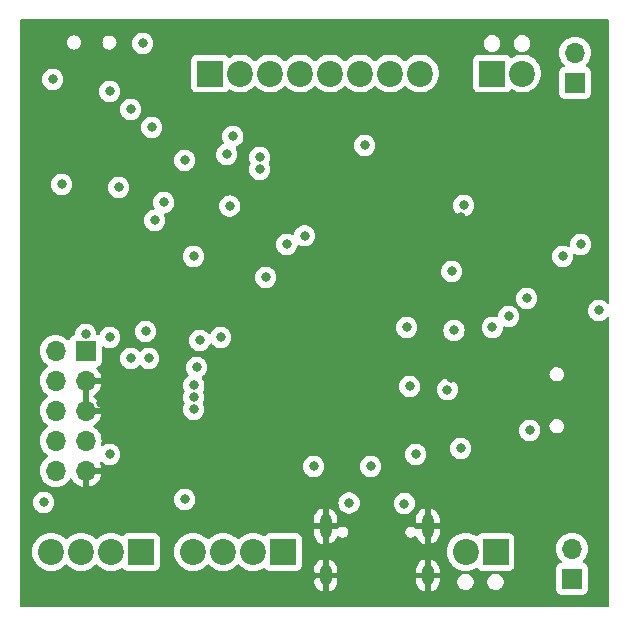
<source format=gbr>
%TF.GenerationSoftware,KiCad,Pcbnew,7.0.7*%
%TF.CreationDate,2024-03-10T16:18:29-05:00*%
%TF.ProjectId,rev2,72657632-2e6b-4696-9361-645f70636258,rev?*%
%TF.SameCoordinates,Original*%
%TF.FileFunction,Copper,L3,Inr*%
%TF.FilePolarity,Positive*%
%FSLAX46Y46*%
G04 Gerber Fmt 4.6, Leading zero omitted, Abs format (unit mm)*
G04 Created by KiCad (PCBNEW 7.0.7) date 2024-03-10 16:18:29*
%MOMM*%
%LPD*%
G01*
G04 APERTURE LIST*
%TA.AperFunction,ComponentPad*%
%ADD10O,1.000000X2.100000*%
%TD*%
%TA.AperFunction,ComponentPad*%
%ADD11O,1.000000X1.800000*%
%TD*%
%TA.AperFunction,ComponentPad*%
%ADD12R,2.200000X2.200000*%
%TD*%
%TA.AperFunction,ComponentPad*%
%ADD13C,2.200000*%
%TD*%
%TA.AperFunction,ComponentPad*%
%ADD14R,1.700000X1.700000*%
%TD*%
%TA.AperFunction,ComponentPad*%
%ADD15O,1.700000X1.700000*%
%TD*%
%TA.AperFunction,ViaPad*%
%ADD16C,0.800000*%
%TD*%
G04 APERTURE END LIST*
D10*
%TO.N,GND*%
%TO.C,J9*%
X135888000Y-116819000D03*
D11*
X135888000Y-120999000D03*
D10*
X144528000Y-116819000D03*
D11*
X144528000Y-120999000D03*
%TD*%
D12*
%TO.N,/CAN1+*%
%TO.C,J2*%
X149980000Y-78500000D03*
D13*
%TO.N,/CAN1-*%
X152520000Y-78500000D03*
%TD*%
D14*
%TO.N,/CAN2-*%
%TO.C,J3*%
X156750000Y-121275000D03*
D15*
%TO.N,/CAN2+*%
X156750000Y-118735000D03*
%TD*%
D12*
%TO.N,linpot4*%
%TO.C,J6*%
X120269000Y-118999000D03*
D13*
%TO.N,linpot3*%
X117729000Y-118999000D03*
%TO.N,linpot2*%
X115189000Y-118999000D03*
%TO.N,linpot1*%
X112649000Y-118999000D03*
%TD*%
D12*
%TO.N,/CAN2+*%
%TO.C,J4*%
X150270000Y-119000000D03*
D13*
%TO.N,/CAN2-*%
X147730000Y-119000000D03*
%TD*%
D14*
%TO.N,+3.3V*%
%TO.C,J5*%
X115570000Y-101981000D03*
D15*
%TO.N,Net-(J5-Pin_2)*%
X113030000Y-101981000D03*
%TO.N,GND*%
X115570000Y-104521000D03*
%TO.N,Net-(J5-Pin_4)*%
X113030000Y-104521000D03*
%TO.N,GND*%
X115570000Y-107061000D03*
%TO.N,Net-(J5-Pin_6)*%
X113030000Y-107061000D03*
%TO.N,unconnected-(J5-Pin_7-Pad7)*%
X115570000Y-109601000D03*
%TO.N,unconnected-(J5-Pin_8-Pad8)*%
X113030000Y-109601000D03*
%TO.N,GND*%
X115570000Y-112141000D03*
%TO.N,Net-(J5-Pin_10)*%
X113030000Y-112141000D03*
%TD*%
D14*
%TO.N,/CAN1-*%
%TO.C,J1*%
X157000000Y-79275000D03*
D15*
%TO.N,/CAN1+*%
X157000000Y-76735000D03*
%TD*%
D12*
%TO.N,GPIO6*%
%TO.C,J10*%
X126090000Y-78500000D03*
D13*
%TO.N,GPIO5*%
X128630000Y-78500000D03*
%TO.N,GPIO4*%
X131170000Y-78500000D03*
%TO.N,GPIO3*%
X133710000Y-78500000D03*
%TO.N,GPIO2*%
X136250000Y-78500000D03*
%TO.N,GPIO1*%
X138790000Y-78500000D03*
%TO.N,GPIO8*%
X141330000Y-78500000D03*
%TO.N,GPIO7*%
X143870000Y-78500000D03*
%TD*%
D12*
%TO.N,A4*%
%TO.C,J7*%
X132290000Y-119000000D03*
D13*
%TO.N,A3*%
X129750000Y-119000000D03*
%TO.N,A2*%
X127210000Y-119000000D03*
%TO.N,A1*%
X124670000Y-119000000D03*
%TD*%
D16*
%TO.N,GND*%
X120650000Y-95250000D03*
X143256000Y-120142000D03*
X123190000Y-116586000D03*
X152908000Y-99822000D03*
X119126000Y-116840000D03*
X113284000Y-92456000D03*
X125730000Y-74676000D03*
X132334000Y-113284000D03*
X140462000Y-113538000D03*
X135940800Y-114198400D03*
X118818130Y-76142498D03*
X146558000Y-98806000D03*
X124714000Y-74422000D03*
X143662400Y-118618000D03*
X155194000Y-105410000D03*
X117856000Y-105664000D03*
X154940000Y-89408000D03*
X147320000Y-87122000D03*
X116586000Y-117094000D03*
X158242000Y-112268000D03*
X144018000Y-113284000D03*
X115824000Y-95250000D03*
X124392314Y-110595884D03*
X125984000Y-116586000D03*
X113538000Y-86106000D03*
X151130000Y-86868000D03*
X130810000Y-111760000D03*
X120650000Y-96266000D03*
X146500000Y-104250000D03*
X148082000Y-93980000D03*
X152654000Y-93726000D03*
X111760000Y-86106000D03*
X158242000Y-99822000D03*
X152908000Y-112522000D03*
X116840000Y-106426000D03*
X131064000Y-116586000D03*
X149098000Y-110236000D03*
X134721600Y-121005600D03*
X125222000Y-76454000D03*
X128524000Y-116586000D03*
X131318000Y-83058000D03*
X139192000Y-86614000D03*
X110490000Y-117602000D03*
X152654000Y-92202000D03*
X147320000Y-90678000D03*
X114300000Y-113792000D03*
X136906000Y-112776000D03*
X126238000Y-84074000D03*
X133604000Y-114808000D03*
X123437451Y-80016549D03*
X117103650Y-108448350D03*
X119126000Y-95250000D03*
X133604000Y-116586000D03*
%TO.N,NRST*%
X113538000Y-87884000D03*
X127000000Y-100838000D03*
X124968000Y-103378000D03*
X117602000Y-110744000D03*
%TO.N,+3.3V*%
X123952000Y-114554000D03*
X147574000Y-89662000D03*
X139192000Y-84582000D03*
X146750000Y-100250000D03*
X124718299Y-104906299D03*
X124714000Y-105918000D03*
X124709701Y-93984299D03*
X120396000Y-75946000D03*
X119380000Y-102616000D03*
X112014000Y-114808000D03*
X146558000Y-95250000D03*
X120904000Y-102616000D03*
X112776000Y-78994000D03*
X123952000Y-85852000D03*
X124714000Y-106934000D03*
X134874000Y-111760000D03*
X130302000Y-85598000D03*
X120650000Y-100330000D03*
X139700000Y-111760000D03*
X155956000Y-93980000D03*
X115570000Y-100584000D03*
X157480000Y-92964000D03*
X143510000Y-110744000D03*
%TO.N,+5V*%
X152908000Y-97536000D03*
X151384000Y-99060000D03*
X142544800Y-114909600D03*
X147320000Y-110236500D03*
X137871200Y-114858800D03*
X159004000Y-98552000D03*
%TO.N,/VBUS1*%
X153162000Y-108712000D03*
%TO.N,BOOT0*%
X122174000Y-89408000D03*
X127770762Y-89728767D03*
%TO.N,Net-(SW2-B)*%
X117602000Y-80010000D03*
%TO.N,SYS_JTMS_SWDIO*%
X121412000Y-90932000D03*
X132588000Y-92964000D03*
%TO.N,SYS_JTCK_SWCLK*%
X117602000Y-100838000D03*
X130810000Y-95758000D03*
X134112000Y-92239500D03*
X125222000Y-101092000D03*
%TO.N,SYS_JTDO_SWO*%
X130302000Y-86614000D03*
X118364000Y-88138000D03*
%TO.N,/STMPS2151STR_EN*%
X150000000Y-100000000D03*
X142750000Y-100000000D03*
%TO.N,/STMPS2151STR_FAULT*%
X146202400Y-105257600D03*
X143000000Y-105000000D03*
%TO.N,/LSM_SDO*%
X128024952Y-83811048D03*
X127508000Y-85344000D03*
%TO.N,/LSM_CS*%
X121158000Y-83058000D03*
X119380000Y-81534000D03*
%TD*%
%TA.AperFunction,Conductor*%
%TO.N,GND*%
G36*
X115747512Y-105020507D02*
G01*
X115800315Y-105066262D01*
X115820000Y-105133301D01*
X115820000Y-106448698D01*
X115800315Y-106515737D01*
X115747511Y-106561492D01*
X115678355Y-106571436D01*
X115605766Y-106561000D01*
X115605763Y-106561000D01*
X115534237Y-106561000D01*
X115534233Y-106561000D01*
X115461645Y-106571436D01*
X115392487Y-106561492D01*
X115339684Y-106515736D01*
X115320000Y-106448698D01*
X115320000Y-105133301D01*
X115339685Y-105066262D01*
X115392489Y-105020507D01*
X115461647Y-105010563D01*
X115534237Y-105021000D01*
X115534238Y-105021000D01*
X115605762Y-105021000D01*
X115605763Y-105021000D01*
X115678353Y-105010563D01*
X115747512Y-105020507D01*
G37*
%TD.AperFunction*%
%TA.AperFunction,Conductor*%
G36*
X159835539Y-73934185D02*
G01*
X159881294Y-73986989D01*
X159892500Y-74038500D01*
X159892500Y-97869972D01*
X159872815Y-97937011D01*
X159820011Y-97982766D01*
X159750853Y-97992710D01*
X159687297Y-97963685D01*
X159676350Y-97952944D01*
X159609870Y-97879111D01*
X159456734Y-97767851D01*
X159456729Y-97767848D01*
X159283807Y-97690857D01*
X159283802Y-97690855D01*
X159138000Y-97659865D01*
X159098646Y-97651500D01*
X158909354Y-97651500D01*
X158876897Y-97658398D01*
X158724197Y-97690855D01*
X158724192Y-97690857D01*
X158551270Y-97767848D01*
X158551265Y-97767851D01*
X158398129Y-97879111D01*
X158271466Y-98019785D01*
X158176821Y-98183715D01*
X158176818Y-98183722D01*
X158146884Y-98275851D01*
X158118326Y-98363744D01*
X158098540Y-98552000D01*
X158118326Y-98740256D01*
X158118327Y-98740259D01*
X158176818Y-98920277D01*
X158176821Y-98920284D01*
X158271467Y-99084216D01*
X158389989Y-99215848D01*
X158398129Y-99224888D01*
X158551265Y-99336148D01*
X158551270Y-99336151D01*
X158724192Y-99413142D01*
X158724197Y-99413144D01*
X158909354Y-99452500D01*
X158909355Y-99452500D01*
X159098644Y-99452500D01*
X159098646Y-99452500D01*
X159283803Y-99413144D01*
X159456730Y-99336151D01*
X159609871Y-99224888D01*
X159676351Y-99151054D01*
X159735836Y-99114406D01*
X159805693Y-99115736D01*
X159863742Y-99154623D01*
X159891552Y-99218720D01*
X159892500Y-99234027D01*
X159892500Y-123573500D01*
X159872815Y-123640539D01*
X159820011Y-123686294D01*
X159768500Y-123697500D01*
X110106500Y-123697500D01*
X110039461Y-123677815D01*
X109993706Y-123625011D01*
X109982500Y-123573500D01*
X109982500Y-121449713D01*
X134888000Y-121449713D01*
X134903418Y-121601338D01*
X134964299Y-121795381D01*
X134964304Y-121795391D01*
X135063005Y-121973215D01*
X135063005Y-121973216D01*
X135195478Y-122127530D01*
X135195479Y-122127531D01*
X135356304Y-122252018D01*
X135538907Y-122341589D01*
X135638000Y-122367244D01*
X135638000Y-121803978D01*
X135657685Y-121736939D01*
X135710489Y-121691184D01*
X135779647Y-121681240D01*
X135795926Y-121684709D01*
X135859840Y-121702895D01*
X135971521Y-121692546D01*
X135971526Y-121692543D01*
X135980063Y-121690115D01*
X136049930Y-121690701D01*
X136108390Y-121728966D01*
X136136881Y-121792763D01*
X136138000Y-121809381D01*
X136138000Y-122372366D01*
X136139944Y-122372069D01*
X136139945Y-122372069D01*
X136330660Y-122301436D01*
X136330664Y-122301434D01*
X136503267Y-122193850D01*
X136650668Y-122053735D01*
X136650669Y-122053733D01*
X136766856Y-121886804D01*
X136847059Y-121699907D01*
X136888000Y-121500690D01*
X136888000Y-121449713D01*
X143528000Y-121449713D01*
X143543418Y-121601338D01*
X143604299Y-121795381D01*
X143604304Y-121795391D01*
X143703005Y-121973215D01*
X143703005Y-121973216D01*
X143835478Y-122127530D01*
X143835479Y-122127531D01*
X143996304Y-122252018D01*
X144178907Y-122341589D01*
X144278000Y-122367244D01*
X144278000Y-121803978D01*
X144297685Y-121736939D01*
X144350489Y-121691184D01*
X144419647Y-121681240D01*
X144435926Y-121684709D01*
X144499840Y-121702895D01*
X144611521Y-121692546D01*
X144611526Y-121692543D01*
X144620063Y-121690115D01*
X144689930Y-121690701D01*
X144748390Y-121728966D01*
X144776881Y-121792763D01*
X144778000Y-121809381D01*
X144778000Y-122372366D01*
X144779944Y-122372069D01*
X144779945Y-122372069D01*
X144970660Y-122301436D01*
X144970664Y-122301434D01*
X145143267Y-122193850D01*
X145290668Y-122053735D01*
X145290669Y-122053733D01*
X145406856Y-121886804D01*
X145487059Y-121699907D01*
X145502442Y-121625056D01*
X147029500Y-121625056D01*
X147041120Y-121672201D01*
X147070210Y-121790226D01*
X147149263Y-121940849D01*
X147149266Y-121940852D01*
X147262071Y-122068183D01*
X147348049Y-122127530D01*
X147402068Y-122164817D01*
X147402069Y-122164817D01*
X147402070Y-122164818D01*
X147561128Y-122225140D01*
X147621603Y-122232483D01*
X147687626Y-122240500D01*
X147687628Y-122240500D01*
X147772374Y-122240500D01*
X147814538Y-122235380D01*
X147898872Y-122225140D01*
X148057930Y-122164818D01*
X148197929Y-122068183D01*
X148310734Y-121940852D01*
X148389790Y-121790225D01*
X148430500Y-121625056D01*
X148430500Y-121454944D01*
X148389790Y-121289775D01*
X148389789Y-121289773D01*
X148310736Y-121139150D01*
X148291560Y-121117505D01*
X148197929Y-121011817D01*
X148148177Y-120977475D01*
X148057931Y-120915182D01*
X147898874Y-120854860D01*
X147898868Y-120854859D01*
X147816930Y-120844910D01*
X147752752Y-120817288D01*
X147729965Y-120783486D01*
X147715175Y-120810119D01*
X147653614Y-120843165D01*
X147643069Y-120844910D01*
X147561131Y-120854859D01*
X147561125Y-120854860D01*
X147402068Y-120915182D01*
X147262072Y-121011816D01*
X147149263Y-121139150D01*
X147070210Y-121289773D01*
X147070210Y-121289775D01*
X147029500Y-121454944D01*
X147029500Y-121625056D01*
X145502442Y-121625056D01*
X145528000Y-121500690D01*
X145528000Y-121249000D01*
X144952000Y-121249000D01*
X144884961Y-121229315D01*
X144839206Y-121176511D01*
X144828000Y-121125000D01*
X144828000Y-120873000D01*
X144847685Y-120805961D01*
X144900489Y-120760206D01*
X144952000Y-120749000D01*
X145528000Y-120749000D01*
X145528000Y-120548286D01*
X145512581Y-120396661D01*
X145451700Y-120202618D01*
X145451695Y-120202608D01*
X145352994Y-120024784D01*
X145352994Y-120024783D01*
X145220521Y-119870469D01*
X145220520Y-119870468D01*
X145059695Y-119745981D01*
X144877093Y-119656411D01*
X144778000Y-119630753D01*
X144778000Y-120194021D01*
X144758315Y-120261060D01*
X144705511Y-120306815D01*
X144636353Y-120316759D01*
X144620066Y-120313287D01*
X144556162Y-120295105D01*
X144556162Y-120295104D01*
X144444475Y-120305454D01*
X144435931Y-120307885D01*
X144366064Y-120307297D01*
X144307606Y-120269028D01*
X144279118Y-120205230D01*
X144278000Y-120188618D01*
X144278000Y-119625633D01*
X144276053Y-119625931D01*
X144276047Y-119625933D01*
X144085342Y-119696562D01*
X144085335Y-119696565D01*
X143912732Y-119804149D01*
X143765331Y-119944264D01*
X143765330Y-119944266D01*
X143649143Y-120111195D01*
X143568940Y-120298092D01*
X143528000Y-120497309D01*
X143528000Y-120749000D01*
X144104000Y-120749000D01*
X144171039Y-120768685D01*
X144216794Y-120821489D01*
X144228000Y-120873000D01*
X144228000Y-121125000D01*
X144208315Y-121192039D01*
X144155511Y-121237794D01*
X144104000Y-121249000D01*
X143528000Y-121249000D01*
X143528000Y-121449713D01*
X136888000Y-121449713D01*
X136888000Y-121249000D01*
X136312000Y-121249000D01*
X136244961Y-121229315D01*
X136199206Y-121176511D01*
X136188000Y-121125000D01*
X136188000Y-120873000D01*
X136207685Y-120805961D01*
X136260489Y-120760206D01*
X136312000Y-120749000D01*
X136888000Y-120749000D01*
X136888000Y-120548286D01*
X136872581Y-120396661D01*
X136811700Y-120202618D01*
X136811695Y-120202608D01*
X136712994Y-120024784D01*
X136712994Y-120024783D01*
X136580521Y-119870469D01*
X136580520Y-119870468D01*
X136419695Y-119745981D01*
X136237093Y-119656411D01*
X136138000Y-119630753D01*
X136138000Y-120194021D01*
X136118315Y-120261060D01*
X136065511Y-120306815D01*
X135996353Y-120316759D01*
X135980066Y-120313287D01*
X135916162Y-120295105D01*
X135916162Y-120295104D01*
X135804475Y-120305454D01*
X135795931Y-120307885D01*
X135726064Y-120307297D01*
X135667606Y-120269028D01*
X135639118Y-120205230D01*
X135638000Y-120188618D01*
X135638000Y-119625633D01*
X135636053Y-119625931D01*
X135636047Y-119625933D01*
X135445342Y-119696562D01*
X135445335Y-119696565D01*
X135272732Y-119804149D01*
X135125331Y-119944264D01*
X135125330Y-119944266D01*
X135009143Y-120111195D01*
X134928940Y-120298092D01*
X134888000Y-120497309D01*
X134888000Y-120749000D01*
X135464000Y-120749000D01*
X135531039Y-120768685D01*
X135576794Y-120821489D01*
X135588000Y-120873000D01*
X135588000Y-121125000D01*
X135568315Y-121192039D01*
X135515511Y-121237794D01*
X135464000Y-121249000D01*
X134888000Y-121249000D01*
X134888000Y-121449713D01*
X109982500Y-121449713D01*
X109982500Y-118999000D01*
X111043551Y-118999000D01*
X111063317Y-119250151D01*
X111122126Y-119495110D01*
X111218533Y-119727859D01*
X111350160Y-119942653D01*
X111350161Y-119942656D01*
X111383086Y-119981206D01*
X111513776Y-120134224D01*
X111662066Y-120260875D01*
X111705343Y-120297838D01*
X111705346Y-120297839D01*
X111920140Y-120429466D01*
X112083929Y-120497309D01*
X112152889Y-120525873D01*
X112397852Y-120584683D01*
X112649000Y-120604449D01*
X112900148Y-120584683D01*
X113145111Y-120525873D01*
X113377859Y-120429466D01*
X113592659Y-120297836D01*
X113784224Y-120134224D01*
X113824711Y-120086819D01*
X113883214Y-120048628D01*
X113953082Y-120048128D01*
X114012129Y-120085481D01*
X114013289Y-120086820D01*
X114053776Y-120134224D01*
X114202066Y-120260875D01*
X114245343Y-120297838D01*
X114245346Y-120297839D01*
X114460140Y-120429466D01*
X114623929Y-120497309D01*
X114692889Y-120525873D01*
X114937852Y-120584683D01*
X115189000Y-120604449D01*
X115440148Y-120584683D01*
X115685111Y-120525873D01*
X115917859Y-120429466D01*
X116132659Y-120297836D01*
X116324224Y-120134224D01*
X116364710Y-120086819D01*
X116423216Y-120048627D01*
X116493084Y-120048128D01*
X116552130Y-120085482D01*
X116553235Y-120086756D01*
X116593775Y-120134223D01*
X116593776Y-120134224D01*
X116785343Y-120297838D01*
X116785346Y-120297839D01*
X117000140Y-120429466D01*
X117163929Y-120497309D01*
X117232889Y-120525873D01*
X117477852Y-120584683D01*
X117729000Y-120604449D01*
X117980148Y-120584683D01*
X118225111Y-120525873D01*
X118457859Y-120429466D01*
X118590019Y-120348477D01*
X118657461Y-120330234D01*
X118724064Y-120351350D01*
X118754072Y-120379894D01*
X118797820Y-120438334D01*
X118811455Y-120456547D01*
X118926664Y-120542793D01*
X118926671Y-120542797D01*
X119061517Y-120593091D01*
X119061516Y-120593091D01*
X119068444Y-120593835D01*
X119121127Y-120599500D01*
X121416872Y-120599499D01*
X121476483Y-120593091D01*
X121611331Y-120542796D01*
X121726546Y-120456546D01*
X121812796Y-120341331D01*
X121863091Y-120206483D01*
X121869500Y-120146873D01*
X121869500Y-119000000D01*
X123064551Y-119000000D01*
X123084317Y-119251151D01*
X123143126Y-119496110D01*
X123239533Y-119728859D01*
X123371160Y-119943653D01*
X123371161Y-119943656D01*
X123403230Y-119981204D01*
X123534776Y-120135224D01*
X123682111Y-120261060D01*
X123726343Y-120298838D01*
X123726346Y-120298839D01*
X123941140Y-120430466D01*
X124102515Y-120497309D01*
X124173889Y-120526873D01*
X124418852Y-120585683D01*
X124670000Y-120605449D01*
X124921148Y-120585683D01*
X125166111Y-120526873D01*
X125398859Y-120430466D01*
X125613659Y-120298836D01*
X125805224Y-120135224D01*
X125845710Y-120087819D01*
X125904216Y-120049627D01*
X125974084Y-120049128D01*
X126033130Y-120086482D01*
X126034235Y-120087756D01*
X126073921Y-120134223D01*
X126074776Y-120135224D01*
X126266343Y-120298838D01*
X126266346Y-120298839D01*
X126481140Y-120430466D01*
X126642515Y-120497309D01*
X126713889Y-120526873D01*
X126958852Y-120585683D01*
X127210000Y-120605449D01*
X127461148Y-120585683D01*
X127706111Y-120526873D01*
X127938859Y-120430466D01*
X128153659Y-120298836D01*
X128345224Y-120135224D01*
X128385710Y-120087819D01*
X128444216Y-120049627D01*
X128514084Y-120049128D01*
X128573130Y-120086482D01*
X128574235Y-120087756D01*
X128613921Y-120134223D01*
X128614776Y-120135224D01*
X128806343Y-120298838D01*
X128806346Y-120298839D01*
X129021140Y-120430466D01*
X129182515Y-120497309D01*
X129253889Y-120526873D01*
X129498852Y-120585683D01*
X129750000Y-120605449D01*
X130001148Y-120585683D01*
X130246111Y-120526873D01*
X130478859Y-120430466D01*
X130611019Y-120349477D01*
X130678461Y-120331234D01*
X130745064Y-120352350D01*
X130775072Y-120380894D01*
X130831705Y-120456546D01*
X130832455Y-120457547D01*
X130947664Y-120543793D01*
X130947671Y-120543797D01*
X131082517Y-120594091D01*
X131082516Y-120594091D01*
X131089444Y-120594835D01*
X131142127Y-120600500D01*
X133437872Y-120600499D01*
X133497483Y-120594091D01*
X133632331Y-120543796D01*
X133747546Y-120457546D01*
X133833796Y-120342331D01*
X133884091Y-120207483D01*
X133890500Y-120147873D01*
X133890499Y-119000000D01*
X146124551Y-119000000D01*
X146144317Y-119251151D01*
X146203126Y-119496110D01*
X146299533Y-119728859D01*
X146431160Y-119943653D01*
X146431161Y-119943656D01*
X146463230Y-119981204D01*
X146594776Y-120135224D01*
X146742111Y-120261060D01*
X146786343Y-120298838D01*
X146786346Y-120298839D01*
X147001140Y-120430466D01*
X147162515Y-120497309D01*
X147233889Y-120526873D01*
X147478852Y-120585683D01*
X147637853Y-120598196D01*
X147703139Y-120623080D01*
X147730285Y-120659888D01*
X147748636Y-120629907D01*
X147811539Y-120599493D01*
X147822131Y-120598198D01*
X147981148Y-120585683D01*
X148226111Y-120526873D01*
X148458859Y-120430466D01*
X148591019Y-120349477D01*
X148658461Y-120331234D01*
X148725064Y-120352350D01*
X148755072Y-120380894D01*
X148811705Y-120456546D01*
X148812455Y-120457547D01*
X148927664Y-120543793D01*
X148927671Y-120543797D01*
X149062517Y-120594091D01*
X149062516Y-120594091D01*
X149069444Y-120594835D01*
X149122127Y-120600500D01*
X150146008Y-120600499D01*
X150213046Y-120620183D01*
X150258801Y-120672987D01*
X150268745Y-120742146D01*
X150239720Y-120805702D01*
X150180942Y-120843476D01*
X150160955Y-120847595D01*
X150101130Y-120854859D01*
X150101125Y-120854860D01*
X149942068Y-120915182D01*
X149802072Y-121011816D01*
X149689263Y-121139150D01*
X149610210Y-121289773D01*
X149610210Y-121289775D01*
X149569500Y-121454944D01*
X149569500Y-121625056D01*
X149581120Y-121672201D01*
X149610210Y-121790226D01*
X149689263Y-121940849D01*
X149689266Y-121940852D01*
X149802071Y-122068183D01*
X149888049Y-122127530D01*
X149942068Y-122164817D01*
X149942069Y-122164817D01*
X149942070Y-122164818D01*
X150101128Y-122225140D01*
X150161603Y-122232483D01*
X150227626Y-122240500D01*
X150227628Y-122240500D01*
X150312374Y-122240500D01*
X150354538Y-122235380D01*
X150438872Y-122225140D01*
X150597930Y-122164818D01*
X150737929Y-122068183D01*
X150850734Y-121940852D01*
X150929790Y-121790225D01*
X150970500Y-121625056D01*
X150970500Y-121454944D01*
X150929790Y-121289775D01*
X150929789Y-121289773D01*
X150850736Y-121139150D01*
X150831560Y-121117505D01*
X150737929Y-121011817D01*
X150688177Y-120977475D01*
X150597931Y-120915182D01*
X150438874Y-120854860D01*
X150438869Y-120854859D01*
X150379043Y-120847595D01*
X150314866Y-120819972D01*
X150275810Y-120762038D01*
X150274275Y-120692185D01*
X150310750Y-120632592D01*
X150373653Y-120602178D01*
X150393985Y-120600499D01*
X151417872Y-120600499D01*
X151477483Y-120594091D01*
X151612331Y-120543796D01*
X151727546Y-120457546D01*
X151813796Y-120342331D01*
X151864091Y-120207483D01*
X151870500Y-120147873D01*
X151870499Y-118735000D01*
X155394341Y-118735000D01*
X155414936Y-118970403D01*
X155414938Y-118970413D01*
X155476094Y-119198655D01*
X155476096Y-119198659D01*
X155476097Y-119198663D01*
X155500573Y-119251151D01*
X155575965Y-119412830D01*
X155575967Y-119412834D01*
X155634278Y-119496110D01*
X155711501Y-119606396D01*
X155711506Y-119606402D01*
X155833430Y-119728326D01*
X155866915Y-119789649D01*
X155861931Y-119859341D01*
X155820059Y-119915274D01*
X155789083Y-119932189D01*
X155657669Y-119981203D01*
X155657664Y-119981206D01*
X155542455Y-120067452D01*
X155542452Y-120067455D01*
X155456206Y-120182664D01*
X155456202Y-120182671D01*
X155405908Y-120317517D01*
X155399501Y-120377116D01*
X155399501Y-120377123D01*
X155399500Y-120377135D01*
X155399500Y-122172870D01*
X155399501Y-122172876D01*
X155405908Y-122232483D01*
X155456202Y-122367328D01*
X155456206Y-122367335D01*
X155542452Y-122482544D01*
X155542455Y-122482547D01*
X155657664Y-122568793D01*
X155657671Y-122568797D01*
X155792517Y-122619091D01*
X155792516Y-122619091D01*
X155799444Y-122619835D01*
X155852127Y-122625500D01*
X157647872Y-122625499D01*
X157707483Y-122619091D01*
X157842331Y-122568796D01*
X157957546Y-122482546D01*
X158043796Y-122367331D01*
X158094091Y-122232483D01*
X158100500Y-122172873D01*
X158100499Y-120377128D01*
X158094091Y-120317517D01*
X158093808Y-120316759D01*
X158043797Y-120182671D01*
X158043793Y-120182664D01*
X157957547Y-120067455D01*
X157957544Y-120067452D01*
X157842335Y-119981206D01*
X157842328Y-119981202D01*
X157710917Y-119932189D01*
X157654983Y-119890318D01*
X157630566Y-119824853D01*
X157645418Y-119756580D01*
X157666563Y-119728332D01*
X157788495Y-119606401D01*
X157924035Y-119412830D01*
X158023903Y-119198663D01*
X158085063Y-118970408D01*
X158105659Y-118735000D01*
X158085063Y-118499592D01*
X158023903Y-118271337D01*
X157924035Y-118057171D01*
X157923458Y-118056346D01*
X157788494Y-117863597D01*
X157621402Y-117696506D01*
X157621395Y-117696501D01*
X157609254Y-117688000D01*
X157572903Y-117662546D01*
X157427834Y-117560967D01*
X157427830Y-117560965D01*
X157385991Y-117541455D01*
X157213663Y-117461097D01*
X157213659Y-117461096D01*
X157213655Y-117461094D01*
X156985413Y-117399938D01*
X156985403Y-117399936D01*
X156750001Y-117379341D01*
X156749999Y-117379341D01*
X156514596Y-117399936D01*
X156514586Y-117399938D01*
X156286344Y-117461094D01*
X156286335Y-117461098D01*
X156072171Y-117560964D01*
X156072169Y-117560965D01*
X155878597Y-117696505D01*
X155711505Y-117863597D01*
X155575965Y-118057169D01*
X155575964Y-118057171D01*
X155476098Y-118271335D01*
X155476094Y-118271344D01*
X155414938Y-118499586D01*
X155414936Y-118499596D01*
X155394341Y-118734999D01*
X155394341Y-118735000D01*
X151870499Y-118735000D01*
X151870499Y-117852128D01*
X151864091Y-117792517D01*
X151857176Y-117773978D01*
X151813797Y-117657671D01*
X151813793Y-117657664D01*
X151727547Y-117542455D01*
X151727544Y-117542452D01*
X151612335Y-117456206D01*
X151612328Y-117456202D01*
X151477482Y-117405908D01*
X151477483Y-117405908D01*
X151417883Y-117399501D01*
X151417881Y-117399500D01*
X151417873Y-117399500D01*
X151417864Y-117399500D01*
X149122129Y-117399500D01*
X149122123Y-117399501D01*
X149062516Y-117405908D01*
X148927671Y-117456202D01*
X148927664Y-117456206D01*
X148812455Y-117542452D01*
X148755072Y-117619105D01*
X148699138Y-117660976D01*
X148629446Y-117665959D01*
X148591016Y-117650520D01*
X148458859Y-117569533D01*
X148226110Y-117473126D01*
X147981151Y-117414317D01*
X147730000Y-117394551D01*
X147478848Y-117414317D01*
X147233889Y-117473126D01*
X147001140Y-117569533D01*
X146786346Y-117701160D01*
X146786343Y-117701161D01*
X146594776Y-117864776D01*
X146431161Y-118056343D01*
X146431160Y-118056346D01*
X146299533Y-118271140D01*
X146203126Y-118503889D01*
X146144317Y-118748848D01*
X146124551Y-119000000D01*
X133890499Y-119000000D01*
X133890499Y-117852128D01*
X133884091Y-117792517D01*
X133877176Y-117773978D01*
X133833797Y-117657671D01*
X133833793Y-117657664D01*
X133747547Y-117542455D01*
X133747544Y-117542452D01*
X133632335Y-117456206D01*
X133632328Y-117456202D01*
X133534495Y-117419713D01*
X134888000Y-117419713D01*
X134903418Y-117571338D01*
X134964299Y-117765381D01*
X134964304Y-117765391D01*
X135063005Y-117943215D01*
X135063005Y-117943216D01*
X135195478Y-118097530D01*
X135195479Y-118097531D01*
X135356304Y-118222018D01*
X135538907Y-118311589D01*
X135638000Y-118337244D01*
X135638000Y-117773978D01*
X135657685Y-117706939D01*
X135710489Y-117661184D01*
X135779647Y-117651240D01*
X135795926Y-117654709D01*
X135859840Y-117672895D01*
X135971521Y-117662546D01*
X135971526Y-117662543D01*
X135980063Y-117660115D01*
X136049930Y-117660701D01*
X136108390Y-117698966D01*
X136136881Y-117762763D01*
X136138000Y-117779381D01*
X136138000Y-118342366D01*
X136139944Y-118342069D01*
X136139945Y-118342069D01*
X136330660Y-118271436D01*
X136330664Y-118271434D01*
X136503267Y-118163850D01*
X136650668Y-118023735D01*
X136650669Y-118023733D01*
X136766856Y-117856804D01*
X136820748Y-117731220D01*
X136865274Y-117677376D01*
X136931843Y-117656153D01*
X136999318Y-117674288D01*
X137015895Y-117686401D01*
X137058282Y-117723130D01*
X137058283Y-117723130D01*
X137058285Y-117723132D01*
X137150794Y-117765379D01*
X137182658Y-117779931D01*
X137283989Y-117794500D01*
X137283992Y-117794500D01*
X137352008Y-117794500D01*
X137352011Y-117794500D01*
X137453342Y-117779931D01*
X137550887Y-117735383D01*
X137577714Y-117723132D01*
X137577714Y-117723131D01*
X137577718Y-117723130D01*
X137681055Y-117633589D01*
X137754978Y-117518561D01*
X137793500Y-117387367D01*
X142622500Y-117387367D01*
X142661021Y-117518559D01*
X142661020Y-117518559D01*
X142734942Y-117633586D01*
X142734946Y-117633590D01*
X142838278Y-117723127D01*
X142838285Y-117723132D01*
X142930794Y-117765379D01*
X142962658Y-117779931D01*
X143063989Y-117794500D01*
X143063992Y-117794500D01*
X143132008Y-117794500D01*
X143132011Y-117794500D01*
X143233342Y-117779931D01*
X143330887Y-117735383D01*
X143357714Y-117723132D01*
X143357714Y-117723131D01*
X143357718Y-117723130D01*
X143398262Y-117687998D01*
X143461815Y-117658974D01*
X143530973Y-117668917D01*
X143583778Y-117714671D01*
X143597775Y-117744588D01*
X143604299Y-117765379D01*
X143604304Y-117765391D01*
X143703005Y-117943215D01*
X143703005Y-117943216D01*
X143835478Y-118097530D01*
X143835479Y-118097531D01*
X143996304Y-118222018D01*
X144178907Y-118311589D01*
X144278000Y-118337244D01*
X144278000Y-117773978D01*
X144297685Y-117706939D01*
X144350489Y-117661184D01*
X144419647Y-117651240D01*
X144435926Y-117654709D01*
X144499840Y-117672895D01*
X144611521Y-117662546D01*
X144611526Y-117662543D01*
X144620063Y-117660115D01*
X144689930Y-117660701D01*
X144748390Y-117698966D01*
X144776881Y-117762763D01*
X144778000Y-117779381D01*
X144778000Y-118342366D01*
X144779944Y-118342069D01*
X144779945Y-118342069D01*
X144970660Y-118271436D01*
X144970664Y-118271434D01*
X145143267Y-118163850D01*
X145290668Y-118023735D01*
X145290669Y-118023733D01*
X145406856Y-117856804D01*
X145487059Y-117669907D01*
X145528000Y-117470690D01*
X145528000Y-117069000D01*
X144952000Y-117069000D01*
X144884961Y-117049315D01*
X144839206Y-116996511D01*
X144828000Y-116945000D01*
X144828000Y-116693000D01*
X144847685Y-116625961D01*
X144900489Y-116580206D01*
X144952000Y-116569000D01*
X145528000Y-116569000D01*
X145528000Y-116218286D01*
X145512581Y-116066661D01*
X145451700Y-115872618D01*
X145451695Y-115872608D01*
X145352994Y-115694784D01*
X145352994Y-115694783D01*
X145220521Y-115540469D01*
X145220520Y-115540468D01*
X145059695Y-115415981D01*
X144877093Y-115326411D01*
X144778000Y-115300753D01*
X144778000Y-115864021D01*
X144758315Y-115931060D01*
X144705511Y-115976815D01*
X144636353Y-115986759D01*
X144620066Y-115983287D01*
X144556162Y-115965105D01*
X144556162Y-115965104D01*
X144444475Y-115975454D01*
X144435931Y-115977885D01*
X144366064Y-115977297D01*
X144307606Y-115939028D01*
X144279118Y-115875230D01*
X144278000Y-115858618D01*
X144278000Y-115295633D01*
X144276053Y-115295931D01*
X144276047Y-115295933D01*
X144085342Y-115366562D01*
X144085335Y-115366565D01*
X143912732Y-115474149D01*
X143765331Y-115614264D01*
X143765330Y-115614266D01*
X143649143Y-115781195D01*
X143568940Y-115968092D01*
X143528000Y-116167309D01*
X143528000Y-116569000D01*
X144104000Y-116569000D01*
X144171039Y-116588685D01*
X144216794Y-116641489D01*
X144228000Y-116693000D01*
X144228000Y-116945000D01*
X144208315Y-117012039D01*
X144155511Y-117057794D01*
X144104000Y-117069000D01*
X143570273Y-117069000D01*
X143503234Y-117049315D01*
X143465957Y-117012039D01*
X143461054Y-117004410D01*
X143392490Y-116945000D01*
X143357718Y-116914870D01*
X143357716Y-116914869D01*
X143357714Y-116914867D01*
X143233345Y-116858070D01*
X143233343Y-116858069D01*
X143233342Y-116858069D01*
X143233337Y-116858068D01*
X143233336Y-116858068D01*
X143132011Y-116843500D01*
X143063989Y-116843500D01*
X143063988Y-116843500D01*
X142962663Y-116858068D01*
X142962654Y-116858070D01*
X142838285Y-116914867D01*
X142838278Y-116914872D01*
X142734946Y-117004409D01*
X142734942Y-117004413D01*
X142661021Y-117119440D01*
X142622500Y-117250632D01*
X142622500Y-117387367D01*
X137793500Y-117387367D01*
X137793500Y-117250633D01*
X137754978Y-117119440D01*
X137754979Y-117119440D01*
X137681057Y-117004413D01*
X137681053Y-117004409D01*
X137577721Y-116914872D01*
X137577714Y-116914867D01*
X137453345Y-116858070D01*
X137453343Y-116858069D01*
X137453342Y-116858069D01*
X137453337Y-116858068D01*
X137453336Y-116858068D01*
X137352011Y-116843500D01*
X137283989Y-116843500D01*
X137283988Y-116843500D01*
X137182663Y-116858068D01*
X137182654Y-116858070D01*
X137058285Y-116914867D01*
X137058282Y-116914870D01*
X136954945Y-117004410D01*
X136950043Y-117012039D01*
X136897239Y-117057794D01*
X136845727Y-117069000D01*
X136312000Y-117069000D01*
X136244961Y-117049315D01*
X136199206Y-116996511D01*
X136188000Y-116945000D01*
X136188000Y-116693000D01*
X136207685Y-116625961D01*
X136260489Y-116580206D01*
X136312000Y-116569000D01*
X136888000Y-116569000D01*
X136888000Y-116218286D01*
X136872581Y-116066661D01*
X136811700Y-115872618D01*
X136811695Y-115872608D01*
X136712994Y-115694784D01*
X136712994Y-115694783D01*
X136580521Y-115540469D01*
X136580520Y-115540468D01*
X136419695Y-115415981D01*
X136237093Y-115326411D01*
X136138000Y-115300753D01*
X136138000Y-115864021D01*
X136118315Y-115931060D01*
X136065511Y-115976815D01*
X135996353Y-115986759D01*
X135980066Y-115983287D01*
X135916162Y-115965105D01*
X135916162Y-115965104D01*
X135804475Y-115975454D01*
X135795931Y-115977885D01*
X135726064Y-115977297D01*
X135667606Y-115939028D01*
X135639118Y-115875230D01*
X135638000Y-115858618D01*
X135638000Y-115295633D01*
X135636053Y-115295931D01*
X135636047Y-115295933D01*
X135445342Y-115366562D01*
X135445335Y-115366565D01*
X135272732Y-115474149D01*
X135125331Y-115614264D01*
X135125330Y-115614266D01*
X135009143Y-115781195D01*
X134928940Y-115968092D01*
X134888000Y-116167309D01*
X134888000Y-116569000D01*
X135464000Y-116569000D01*
X135531039Y-116588685D01*
X135576794Y-116641489D01*
X135588000Y-116693000D01*
X135588000Y-116945000D01*
X135568315Y-117012039D01*
X135515511Y-117057794D01*
X135464000Y-117069000D01*
X134888000Y-117069000D01*
X134888000Y-117419713D01*
X133534495Y-117419713D01*
X133497482Y-117405908D01*
X133497483Y-117405908D01*
X133437883Y-117399501D01*
X133437881Y-117399500D01*
X133437873Y-117399500D01*
X133437864Y-117399500D01*
X131142129Y-117399500D01*
X131142123Y-117399501D01*
X131082516Y-117405908D01*
X130947671Y-117456202D01*
X130947664Y-117456206D01*
X130832455Y-117542452D01*
X130775072Y-117619105D01*
X130719138Y-117660976D01*
X130649446Y-117665959D01*
X130611016Y-117650520D01*
X130478859Y-117569533D01*
X130246110Y-117473126D01*
X130001151Y-117414317D01*
X129778601Y-117396802D01*
X129750000Y-117394551D01*
X129749999Y-117394551D01*
X129498848Y-117414317D01*
X129253889Y-117473126D01*
X129021140Y-117569533D01*
X128806346Y-117701160D01*
X128806343Y-117701161D01*
X128614776Y-117864776D01*
X128574290Y-117912179D01*
X128515783Y-117950372D01*
X128445915Y-117950870D01*
X128386869Y-117913516D01*
X128385710Y-117912179D01*
X128384855Y-117911178D01*
X128345224Y-117864776D01*
X128180035Y-117723691D01*
X128153656Y-117701161D01*
X128153653Y-117701160D01*
X127938859Y-117569533D01*
X127706110Y-117473126D01*
X127461151Y-117414317D01*
X127210000Y-117394551D01*
X126958848Y-117414317D01*
X126713889Y-117473126D01*
X126481140Y-117569533D01*
X126266346Y-117701160D01*
X126266343Y-117701161D01*
X126094217Y-117848171D01*
X126076157Y-117863597D01*
X126074775Y-117864777D01*
X126034288Y-117912180D01*
X125975780Y-117950372D01*
X125905913Y-117950870D01*
X125846867Y-117913515D01*
X125845792Y-117912275D01*
X125805224Y-117864776D01*
X125790409Y-117852123D01*
X125613656Y-117701161D01*
X125613653Y-117701160D01*
X125398859Y-117569533D01*
X125166110Y-117473126D01*
X124921151Y-117414317D01*
X124670000Y-117394551D01*
X124418848Y-117414317D01*
X124173889Y-117473126D01*
X123941140Y-117569533D01*
X123726346Y-117701160D01*
X123726343Y-117701161D01*
X123534776Y-117864776D01*
X123371161Y-118056343D01*
X123371160Y-118056346D01*
X123239533Y-118271140D01*
X123143126Y-118503889D01*
X123084317Y-118748848D01*
X123064551Y-119000000D01*
X121869500Y-119000000D01*
X121869499Y-117851128D01*
X121863412Y-117794499D01*
X121863091Y-117791516D01*
X121812797Y-117656671D01*
X121812793Y-117656664D01*
X121726547Y-117541455D01*
X121726544Y-117541452D01*
X121611335Y-117455206D01*
X121611328Y-117455202D01*
X121476482Y-117404908D01*
X121476483Y-117404908D01*
X121416883Y-117398501D01*
X121416881Y-117398500D01*
X121416873Y-117398500D01*
X121416864Y-117398500D01*
X119121129Y-117398500D01*
X119121123Y-117398501D01*
X119061516Y-117404908D01*
X118926671Y-117455202D01*
X118926664Y-117455206D01*
X118811455Y-117541452D01*
X118754072Y-117618105D01*
X118698138Y-117659976D01*
X118628446Y-117664959D01*
X118590016Y-117649520D01*
X118457859Y-117568533D01*
X118225110Y-117472126D01*
X117980151Y-117413317D01*
X117770307Y-117396802D01*
X117729000Y-117393551D01*
X117728999Y-117393551D01*
X117477848Y-117413317D01*
X117232889Y-117472126D01*
X117000140Y-117568533D01*
X116785346Y-117700160D01*
X116785343Y-117700161D01*
X116593775Y-117863777D01*
X116553288Y-117911180D01*
X116494780Y-117949372D01*
X116424913Y-117949870D01*
X116365867Y-117912515D01*
X116364792Y-117911275D01*
X116324224Y-117863776D01*
X116324017Y-117863599D01*
X116132656Y-117700161D01*
X116132653Y-117700160D01*
X115917859Y-117568533D01*
X115685110Y-117472126D01*
X115440151Y-117413317D01*
X115230307Y-117396802D01*
X115189000Y-117393551D01*
X115188999Y-117393551D01*
X114937848Y-117413317D01*
X114692889Y-117472126D01*
X114460140Y-117568533D01*
X114245346Y-117700160D01*
X114245343Y-117700161D01*
X114053776Y-117863776D01*
X114013290Y-117911179D01*
X113954783Y-117949372D01*
X113884915Y-117949870D01*
X113825869Y-117912516D01*
X113824710Y-117911179D01*
X113824709Y-117911178D01*
X113784224Y-117863776D01*
X113629021Y-117731220D01*
X113592656Y-117700161D01*
X113592653Y-117700160D01*
X113377859Y-117568533D01*
X113145110Y-117472126D01*
X112900151Y-117413317D01*
X112649000Y-117393551D01*
X112397848Y-117413317D01*
X112152889Y-117472126D01*
X111920140Y-117568533D01*
X111705346Y-117700160D01*
X111705343Y-117700161D01*
X111513776Y-117863776D01*
X111350161Y-118055343D01*
X111350160Y-118055346D01*
X111218533Y-118270140D01*
X111122126Y-118502889D01*
X111063317Y-118747848D01*
X111043551Y-118999000D01*
X109982500Y-118999000D01*
X109982500Y-114808000D01*
X111108540Y-114808000D01*
X111128326Y-114996256D01*
X111128327Y-114996259D01*
X111186818Y-115176277D01*
X111186821Y-115176284D01*
X111281467Y-115340216D01*
X111384369Y-115454500D01*
X111408129Y-115480888D01*
X111561265Y-115592148D01*
X111561270Y-115592151D01*
X111734192Y-115669142D01*
X111734197Y-115669144D01*
X111919354Y-115708500D01*
X111919355Y-115708500D01*
X112108644Y-115708500D01*
X112108646Y-115708500D01*
X112293803Y-115669144D01*
X112466730Y-115592151D01*
X112619871Y-115480888D01*
X112746533Y-115340216D01*
X112841179Y-115176284D01*
X112899674Y-114996256D01*
X112919460Y-114808000D01*
X112899674Y-114619744D01*
X112878312Y-114554000D01*
X123046540Y-114554000D01*
X123066326Y-114742256D01*
X123066327Y-114742259D01*
X123124818Y-114922277D01*
X123124821Y-114922284D01*
X123219467Y-115086216D01*
X123300559Y-115176277D01*
X123346129Y-115226888D01*
X123499265Y-115338148D01*
X123499270Y-115338151D01*
X123672192Y-115415142D01*
X123672197Y-115415144D01*
X123857354Y-115454500D01*
X123857355Y-115454500D01*
X124046644Y-115454500D01*
X124046646Y-115454500D01*
X124231803Y-115415144D01*
X124404730Y-115338151D01*
X124557871Y-115226888D01*
X124684533Y-115086216D01*
X124779179Y-114922284D01*
X124799806Y-114858800D01*
X136965740Y-114858800D01*
X136985526Y-115047056D01*
X136985527Y-115047059D01*
X137044018Y-115227077D01*
X137044021Y-115227084D01*
X137138667Y-115391016D01*
X137265328Y-115531688D01*
X137265329Y-115531688D01*
X137418465Y-115642948D01*
X137418470Y-115642951D01*
X137591392Y-115719942D01*
X137591397Y-115719944D01*
X137776554Y-115759300D01*
X137776555Y-115759300D01*
X137965844Y-115759300D01*
X137965846Y-115759300D01*
X138151003Y-115719944D01*
X138323930Y-115642951D01*
X138477071Y-115531688D01*
X138603733Y-115391016D01*
X138698379Y-115227084D01*
X138756874Y-115047056D01*
X138771321Y-114909600D01*
X141639340Y-114909600D01*
X141659126Y-115097856D01*
X141659127Y-115097859D01*
X141717618Y-115277877D01*
X141717621Y-115277884D01*
X141812267Y-115441816D01*
X141901094Y-115540468D01*
X141938929Y-115582488D01*
X142092065Y-115693748D01*
X142092070Y-115693751D01*
X142264992Y-115770742D01*
X142264997Y-115770744D01*
X142450154Y-115810100D01*
X142450155Y-115810100D01*
X142639444Y-115810100D01*
X142639446Y-115810100D01*
X142824603Y-115770744D01*
X142997530Y-115693751D01*
X143150671Y-115582488D01*
X143277333Y-115441816D01*
X143371979Y-115277884D01*
X143430474Y-115097856D01*
X143450260Y-114909600D01*
X143430474Y-114721344D01*
X143371979Y-114541316D01*
X143277333Y-114377384D01*
X143150671Y-114236712D01*
X143080751Y-114185912D01*
X142997534Y-114125451D01*
X142997529Y-114125448D01*
X142824607Y-114048457D01*
X142824602Y-114048455D01*
X142678800Y-114017465D01*
X142639446Y-114009100D01*
X142450154Y-114009100D01*
X142417697Y-114015998D01*
X142264997Y-114048455D01*
X142264992Y-114048457D01*
X142092070Y-114125448D01*
X142092065Y-114125451D01*
X141938929Y-114236711D01*
X141812266Y-114377385D01*
X141717621Y-114541315D01*
X141717618Y-114541322D01*
X141675633Y-114670540D01*
X141659126Y-114721344D01*
X141639340Y-114909600D01*
X138771321Y-114909600D01*
X138776660Y-114858800D01*
X138756874Y-114670544D01*
X138698379Y-114490516D01*
X138603733Y-114326584D01*
X138477071Y-114185912D01*
X138477070Y-114185911D01*
X138323934Y-114074651D01*
X138323929Y-114074648D01*
X138151007Y-113997657D01*
X138151002Y-113997655D01*
X138005200Y-113966665D01*
X137965846Y-113958300D01*
X137776554Y-113958300D01*
X137744097Y-113965198D01*
X137591397Y-113997655D01*
X137591392Y-113997657D01*
X137418470Y-114074648D01*
X137418465Y-114074651D01*
X137265329Y-114185911D01*
X137138666Y-114326585D01*
X137044021Y-114490515D01*
X137044018Y-114490522D01*
X137002033Y-114619740D01*
X136985526Y-114670544D01*
X136965740Y-114858800D01*
X124799806Y-114858800D01*
X124837674Y-114742256D01*
X124857460Y-114554000D01*
X124837674Y-114365744D01*
X124779179Y-114185716D01*
X124684533Y-114021784D01*
X124557871Y-113881112D01*
X124557870Y-113881111D01*
X124404734Y-113769851D01*
X124404729Y-113769848D01*
X124231807Y-113692857D01*
X124231802Y-113692855D01*
X124086001Y-113661865D01*
X124046646Y-113653500D01*
X123857354Y-113653500D01*
X123824897Y-113660398D01*
X123672197Y-113692855D01*
X123672192Y-113692857D01*
X123499270Y-113769848D01*
X123499265Y-113769851D01*
X123346129Y-113881111D01*
X123219466Y-114021785D01*
X123124821Y-114185715D01*
X123124818Y-114185722D01*
X123066327Y-114365740D01*
X123066326Y-114365744D01*
X123046540Y-114554000D01*
X112878312Y-114554000D01*
X112841179Y-114439716D01*
X112746533Y-114275784D01*
X112619871Y-114135112D01*
X112606570Y-114125448D01*
X112466734Y-114023851D01*
X112466729Y-114023848D01*
X112293807Y-113946857D01*
X112293802Y-113946855D01*
X112148001Y-113915865D01*
X112108646Y-113907500D01*
X111919354Y-113907500D01*
X111886897Y-113914398D01*
X111734197Y-113946855D01*
X111734192Y-113946857D01*
X111561270Y-114023848D01*
X111561265Y-114023851D01*
X111408129Y-114135111D01*
X111281466Y-114275785D01*
X111186821Y-114439715D01*
X111186818Y-114439722D01*
X111128327Y-114619740D01*
X111128326Y-114619744D01*
X111108540Y-114808000D01*
X109982500Y-114808000D01*
X109982500Y-112141000D01*
X111674341Y-112141000D01*
X111694936Y-112376403D01*
X111694938Y-112376413D01*
X111756094Y-112604655D01*
X111756096Y-112604659D01*
X111756097Y-112604663D01*
X111839155Y-112782781D01*
X111855965Y-112818830D01*
X111855967Y-112818834D01*
X111964281Y-112973521D01*
X111991505Y-113012401D01*
X112158599Y-113179495D01*
X112255384Y-113247265D01*
X112352165Y-113315032D01*
X112352167Y-113315033D01*
X112352170Y-113315035D01*
X112566337Y-113414903D01*
X112794592Y-113476063D01*
X112982918Y-113492539D01*
X113029999Y-113496659D01*
X113030000Y-113496659D01*
X113030001Y-113496659D01*
X113069234Y-113493226D01*
X113265408Y-113476063D01*
X113493663Y-113414903D01*
X113707830Y-113315035D01*
X113901401Y-113179495D01*
X114068495Y-113012401D01*
X114198730Y-112826405D01*
X114253307Y-112782781D01*
X114322805Y-112775587D01*
X114385160Y-112807110D01*
X114401879Y-112826405D01*
X114531890Y-113012078D01*
X114698917Y-113179105D01*
X114892421Y-113314600D01*
X115106507Y-113414429D01*
X115106516Y-113414433D01*
X115320000Y-113471634D01*
X115320000Y-112753301D01*
X115339685Y-112686262D01*
X115392489Y-112640507D01*
X115461647Y-112630563D01*
X115534237Y-112641000D01*
X115534238Y-112641000D01*
X115605762Y-112641000D01*
X115605763Y-112641000D01*
X115678352Y-112630563D01*
X115747510Y-112640507D01*
X115800314Y-112686261D01*
X115819999Y-112753301D01*
X115819999Y-113471634D01*
X116033483Y-113414433D01*
X116033492Y-113414429D01*
X116247578Y-113314600D01*
X116441082Y-113179105D01*
X116608105Y-113012082D01*
X116743600Y-112818578D01*
X116843429Y-112604492D01*
X116843432Y-112604486D01*
X116900636Y-112391000D01*
X116183347Y-112391000D01*
X116116308Y-112371315D01*
X116070553Y-112318511D01*
X116060609Y-112249353D01*
X116064369Y-112232067D01*
X116070000Y-112212888D01*
X116070000Y-112069111D01*
X116064369Y-112049933D01*
X116064370Y-111980064D01*
X116102145Y-111921286D01*
X116165701Y-111892262D01*
X116183347Y-111891000D01*
X116900636Y-111891000D01*
X116900635Y-111890999D01*
X116865534Y-111760000D01*
X133968540Y-111760000D01*
X133988326Y-111948256D01*
X133988327Y-111948259D01*
X134046818Y-112128277D01*
X134046821Y-112128284D01*
X134141467Y-112292216D01*
X134217270Y-112376403D01*
X134268129Y-112432888D01*
X134421265Y-112544148D01*
X134421270Y-112544151D01*
X134594192Y-112621142D01*
X134594197Y-112621144D01*
X134779354Y-112660500D01*
X134779355Y-112660500D01*
X134968644Y-112660500D01*
X134968646Y-112660500D01*
X135153803Y-112621144D01*
X135326730Y-112544151D01*
X135479871Y-112432888D01*
X135606533Y-112292216D01*
X135701179Y-112128284D01*
X135759674Y-111948256D01*
X135779460Y-111760000D01*
X138794540Y-111760000D01*
X138814326Y-111948256D01*
X138814327Y-111948259D01*
X138872818Y-112128277D01*
X138872821Y-112128284D01*
X138967467Y-112292216D01*
X139043270Y-112376403D01*
X139094129Y-112432888D01*
X139247265Y-112544148D01*
X139247270Y-112544151D01*
X139420192Y-112621142D01*
X139420197Y-112621144D01*
X139605354Y-112660500D01*
X139605355Y-112660500D01*
X139794644Y-112660500D01*
X139794646Y-112660500D01*
X139979803Y-112621144D01*
X140152730Y-112544151D01*
X140305871Y-112432888D01*
X140432533Y-112292216D01*
X140527179Y-112128284D01*
X140585674Y-111948256D01*
X140605460Y-111760000D01*
X140585674Y-111571744D01*
X140527179Y-111391716D01*
X140432533Y-111227784D01*
X140305871Y-111087112D01*
X140305870Y-111087111D01*
X140152734Y-110975851D01*
X140152729Y-110975848D01*
X139979807Y-110898857D01*
X139979802Y-110898855D01*
X139834000Y-110867865D01*
X139794646Y-110859500D01*
X139605354Y-110859500D01*
X139572897Y-110866398D01*
X139420197Y-110898855D01*
X139420192Y-110898857D01*
X139247270Y-110975848D01*
X139247265Y-110975851D01*
X139094129Y-111087111D01*
X138967466Y-111227785D01*
X138872821Y-111391715D01*
X138872818Y-111391722D01*
X138814327Y-111571740D01*
X138814326Y-111571744D01*
X138794540Y-111760000D01*
X135779460Y-111760000D01*
X135759674Y-111571744D01*
X135701179Y-111391716D01*
X135606533Y-111227784D01*
X135479871Y-111087112D01*
X135479870Y-111087111D01*
X135326734Y-110975851D01*
X135326729Y-110975848D01*
X135153807Y-110898857D01*
X135153802Y-110898855D01*
X135008000Y-110867865D01*
X134968646Y-110859500D01*
X134779354Y-110859500D01*
X134746897Y-110866398D01*
X134594197Y-110898855D01*
X134594192Y-110898857D01*
X134421270Y-110975848D01*
X134421265Y-110975851D01*
X134268129Y-111087111D01*
X134141466Y-111227785D01*
X134046821Y-111391715D01*
X134046818Y-111391722D01*
X133988327Y-111571740D01*
X133988326Y-111571744D01*
X133968540Y-111760000D01*
X116865534Y-111760000D01*
X116843432Y-111677513D01*
X116843429Y-111677507D01*
X116777972Y-111537133D01*
X116767480Y-111468056D01*
X116796000Y-111404271D01*
X116854476Y-111366032D01*
X116924344Y-111365477D01*
X116982502Y-111401753D01*
X116996129Y-111416888D01*
X116996132Y-111416890D01*
X117149265Y-111528148D01*
X117149270Y-111528151D01*
X117322192Y-111605142D01*
X117322197Y-111605144D01*
X117507354Y-111644500D01*
X117507355Y-111644500D01*
X117696644Y-111644500D01*
X117696646Y-111644500D01*
X117881803Y-111605144D01*
X118054730Y-111528151D01*
X118207871Y-111416888D01*
X118334533Y-111276216D01*
X118429179Y-111112284D01*
X118487674Y-110932256D01*
X118507460Y-110744000D01*
X142604540Y-110744000D01*
X142624326Y-110932256D01*
X142624327Y-110932259D01*
X142682818Y-111112277D01*
X142682821Y-111112284D01*
X142777467Y-111276216D01*
X142890503Y-111401755D01*
X142904129Y-111416888D01*
X143057265Y-111528148D01*
X143057270Y-111528151D01*
X143230192Y-111605142D01*
X143230197Y-111605144D01*
X143415354Y-111644500D01*
X143415355Y-111644500D01*
X143604644Y-111644500D01*
X143604646Y-111644500D01*
X143789803Y-111605144D01*
X143962730Y-111528151D01*
X144115871Y-111416888D01*
X144242533Y-111276216D01*
X144337179Y-111112284D01*
X144395674Y-110932256D01*
X144415460Y-110744000D01*
X144395674Y-110555744D01*
X144337179Y-110375716D01*
X144256803Y-110236500D01*
X146414540Y-110236500D01*
X146434326Y-110424756D01*
X146434327Y-110424759D01*
X146492818Y-110604777D01*
X146492821Y-110604784D01*
X146587467Y-110768716D01*
X146699823Y-110893500D01*
X146714129Y-110909388D01*
X146867265Y-111020648D01*
X146867270Y-111020651D01*
X147040192Y-111097642D01*
X147040197Y-111097644D01*
X147225354Y-111137000D01*
X147225355Y-111137000D01*
X147414644Y-111137000D01*
X147414646Y-111137000D01*
X147599803Y-111097644D01*
X147772730Y-111020651D01*
X147925871Y-110909388D01*
X148052533Y-110768716D01*
X148147179Y-110604784D01*
X148205674Y-110424756D01*
X148225460Y-110236500D01*
X148205674Y-110048244D01*
X148147179Y-109868216D01*
X148052533Y-109704284D01*
X147925871Y-109563612D01*
X147833019Y-109496151D01*
X147772734Y-109452351D01*
X147772729Y-109452348D01*
X147599807Y-109375357D01*
X147599802Y-109375355D01*
X147454000Y-109344365D01*
X147414646Y-109336000D01*
X147225354Y-109336000D01*
X147192897Y-109342898D01*
X147040197Y-109375355D01*
X147040192Y-109375357D01*
X146867270Y-109452348D01*
X146867265Y-109452351D01*
X146714129Y-109563611D01*
X146587466Y-109704285D01*
X146492821Y-109868215D01*
X146492818Y-109868222D01*
X146448642Y-110004184D01*
X146434326Y-110048244D01*
X146414540Y-110236500D01*
X144256803Y-110236500D01*
X144242533Y-110211784D01*
X144115871Y-110071112D01*
X144084396Y-110048244D01*
X143962734Y-109959851D01*
X143962729Y-109959848D01*
X143789807Y-109882857D01*
X143789802Y-109882855D01*
X143644000Y-109851865D01*
X143604646Y-109843500D01*
X143415354Y-109843500D01*
X143382897Y-109850398D01*
X143230197Y-109882855D01*
X143230192Y-109882857D01*
X143057270Y-109959848D01*
X143057265Y-109959851D01*
X142904129Y-110071111D01*
X142777466Y-110211785D01*
X142682821Y-110375715D01*
X142682818Y-110375722D01*
X142624327Y-110555740D01*
X142624326Y-110555744D01*
X142604540Y-110744000D01*
X118507460Y-110744000D01*
X118487674Y-110555744D01*
X118429179Y-110375716D01*
X118334533Y-110211784D01*
X118207871Y-110071112D01*
X118176396Y-110048244D01*
X118054734Y-109959851D01*
X118054729Y-109959848D01*
X117881807Y-109882857D01*
X117881802Y-109882855D01*
X117736000Y-109851865D01*
X117696646Y-109843500D01*
X117507354Y-109843500D01*
X117474897Y-109850398D01*
X117322197Y-109882855D01*
X117322192Y-109882857D01*
X117149270Y-109959848D01*
X117149265Y-109959851D01*
X117088247Y-110004184D01*
X117022441Y-110027664D01*
X116954387Y-110011838D01*
X116905692Y-109961732D01*
X116891817Y-109893254D01*
X116895587Y-109871773D01*
X116905063Y-109836408D01*
X116925659Y-109601000D01*
X116905063Y-109365592D01*
X116843903Y-109137337D01*
X116744035Y-108923171D01*
X116738425Y-108915158D01*
X116608494Y-108729597D01*
X116590897Y-108712000D01*
X152256540Y-108712000D01*
X152276326Y-108900256D01*
X152276327Y-108900259D01*
X152334818Y-109080277D01*
X152334821Y-109080284D01*
X152429467Y-109244216D01*
X152512110Y-109336000D01*
X152556129Y-109384888D01*
X152709265Y-109496148D01*
X152709270Y-109496151D01*
X152882192Y-109573142D01*
X152882197Y-109573144D01*
X153067354Y-109612500D01*
X153067355Y-109612500D01*
X153256644Y-109612500D01*
X153256646Y-109612500D01*
X153441803Y-109573144D01*
X153614730Y-109496151D01*
X153767871Y-109384888D01*
X153894533Y-109244216D01*
X153989179Y-109080284D01*
X154047674Y-108900256D01*
X154067460Y-108712000D01*
X154047674Y-108523744D01*
X153998369Y-108372001D01*
X154833318Y-108372001D01*
X154853955Y-108528760D01*
X154853956Y-108528762D01*
X154914464Y-108674841D01*
X155010718Y-108800282D01*
X155136159Y-108896536D01*
X155282238Y-108957044D01*
X155399639Y-108972500D01*
X155399646Y-108972500D01*
X155478354Y-108972500D01*
X155478361Y-108972500D01*
X155595762Y-108957044D01*
X155741841Y-108896536D01*
X155867282Y-108800282D01*
X155963536Y-108674841D01*
X156024044Y-108528762D01*
X156044682Y-108372000D01*
X156042246Y-108353500D01*
X156024044Y-108215239D01*
X156024044Y-108215238D01*
X155963536Y-108069159D01*
X155867282Y-107943718D01*
X155741841Y-107847464D01*
X155710543Y-107834500D01*
X155595762Y-107786956D01*
X155595760Y-107786955D01*
X155478370Y-107771501D01*
X155478367Y-107771500D01*
X155478361Y-107771500D01*
X155399639Y-107771500D01*
X155399633Y-107771500D01*
X155399629Y-107771501D01*
X155282239Y-107786955D01*
X155282237Y-107786956D01*
X155136160Y-107847463D01*
X155010718Y-107943718D01*
X154914463Y-108069160D01*
X154853956Y-108215237D01*
X154853955Y-108215239D01*
X154833318Y-108371998D01*
X154833318Y-108372001D01*
X153998369Y-108372001D01*
X153989179Y-108343716D01*
X153894533Y-108179784D01*
X153767871Y-108039112D01*
X153767870Y-108039111D01*
X153614734Y-107927851D01*
X153614729Y-107927848D01*
X153441807Y-107850857D01*
X153441802Y-107850855D01*
X153296001Y-107819865D01*
X153256646Y-107811500D01*
X153067354Y-107811500D01*
X153034897Y-107818398D01*
X152882197Y-107850855D01*
X152882192Y-107850857D01*
X152709270Y-107927848D01*
X152709265Y-107927851D01*
X152556129Y-108039111D01*
X152429466Y-108179785D01*
X152334821Y-108343715D01*
X152334818Y-108343722D01*
X152276327Y-108523740D01*
X152276326Y-108523744D01*
X152256540Y-108712000D01*
X116590897Y-108712000D01*
X116441402Y-108562506D01*
X116441401Y-108562505D01*
X116255405Y-108432269D01*
X116211781Y-108377692D01*
X116204588Y-108308193D01*
X116236110Y-108245839D01*
X116255405Y-108229119D01*
X116441082Y-108099105D01*
X116608105Y-107932082D01*
X116743600Y-107738578D01*
X116843429Y-107524492D01*
X116843432Y-107524486D01*
X116900636Y-107311000D01*
X116183347Y-107311000D01*
X116116308Y-107291315D01*
X116070553Y-107238511D01*
X116060609Y-107169353D01*
X116064369Y-107152067D01*
X116070000Y-107132888D01*
X116070000Y-106989111D01*
X116064369Y-106969933D01*
X116064370Y-106934000D01*
X123808540Y-106934000D01*
X123828326Y-107122256D01*
X123828327Y-107122259D01*
X123886818Y-107302277D01*
X123886821Y-107302284D01*
X123981467Y-107466216D01*
X124034094Y-107524664D01*
X124108129Y-107606888D01*
X124261265Y-107718148D01*
X124261270Y-107718151D01*
X124434192Y-107795142D01*
X124434197Y-107795144D01*
X124619354Y-107834500D01*
X124619355Y-107834500D01*
X124808644Y-107834500D01*
X124808646Y-107834500D01*
X124993803Y-107795144D01*
X125166730Y-107718151D01*
X125319871Y-107606888D01*
X125446533Y-107466216D01*
X125541179Y-107302284D01*
X125599674Y-107122256D01*
X125619460Y-106934000D01*
X125599674Y-106745744D01*
X125541179Y-106565716D01*
X125496308Y-106487996D01*
X125479836Y-106420100D01*
X125496307Y-106364003D01*
X125541179Y-106286284D01*
X125599674Y-106106256D01*
X125619460Y-105918000D01*
X125599674Y-105729744D01*
X125541179Y-105549716D01*
X125499698Y-105477868D01*
X125483226Y-105409972D01*
X125499697Y-105353876D01*
X125545478Y-105274583D01*
X125603973Y-105094555D01*
X125613911Y-105000000D01*
X142094540Y-105000000D01*
X142114326Y-105188256D01*
X142114327Y-105188259D01*
X142172818Y-105368277D01*
X142172821Y-105368284D01*
X142267467Y-105532216D01*
X142394128Y-105672887D01*
X142394129Y-105672888D01*
X142547265Y-105784148D01*
X142547270Y-105784151D01*
X142720192Y-105861142D01*
X142720197Y-105861144D01*
X142905354Y-105900500D01*
X142905355Y-105900500D01*
X143094644Y-105900500D01*
X143094646Y-105900500D01*
X143279803Y-105861144D01*
X143452730Y-105784151D01*
X143605871Y-105672888D01*
X143732533Y-105532216D01*
X143827179Y-105368284D01*
X143863143Y-105257600D01*
X145296940Y-105257600D01*
X145316726Y-105445856D01*
X145316727Y-105445859D01*
X145375218Y-105625877D01*
X145375221Y-105625884D01*
X145469867Y-105789816D01*
X145547337Y-105875855D01*
X145596529Y-105930488D01*
X145749665Y-106041748D01*
X145749670Y-106041751D01*
X145922592Y-106118742D01*
X145922597Y-106118744D01*
X146107754Y-106158100D01*
X146107755Y-106158100D01*
X146297044Y-106158100D01*
X146297046Y-106158100D01*
X146482203Y-106118744D01*
X146655130Y-106041751D01*
X146808271Y-105930488D01*
X146934933Y-105789816D01*
X147029579Y-105625884D01*
X147088074Y-105445856D01*
X147107860Y-105257600D01*
X147088074Y-105069344D01*
X147029579Y-104889316D01*
X146934933Y-104725384D01*
X146808271Y-104584712D01*
X146791460Y-104572498D01*
X146655134Y-104473451D01*
X146655129Y-104473448D01*
X146482207Y-104396457D01*
X146482202Y-104396455D01*
X146336400Y-104365465D01*
X146297046Y-104357100D01*
X146107754Y-104357100D01*
X146075297Y-104363998D01*
X145922597Y-104396455D01*
X145922592Y-104396457D01*
X145749670Y-104473448D01*
X145749665Y-104473451D01*
X145596529Y-104584711D01*
X145469866Y-104725385D01*
X145375221Y-104889315D01*
X145375218Y-104889322D01*
X145335825Y-105010563D01*
X145316726Y-105069344D01*
X145296940Y-105257600D01*
X143863143Y-105257600D01*
X143885674Y-105188256D01*
X143905460Y-105000000D01*
X143885674Y-104811744D01*
X143827179Y-104631716D01*
X143732533Y-104467784D01*
X143605871Y-104327112D01*
X143605870Y-104327111D01*
X143452734Y-104215851D01*
X143452729Y-104215848D01*
X143279807Y-104138857D01*
X143279802Y-104138855D01*
X143134000Y-104107865D01*
X143094646Y-104099500D01*
X142905354Y-104099500D01*
X142872897Y-104106398D01*
X142720197Y-104138855D01*
X142720192Y-104138857D01*
X142547270Y-104215848D01*
X142547265Y-104215851D01*
X142394129Y-104327111D01*
X142267466Y-104467785D01*
X142172821Y-104631715D01*
X142172818Y-104631722D01*
X142114327Y-104811740D01*
X142114326Y-104811744D01*
X142094540Y-105000000D01*
X125613911Y-105000000D01*
X125623759Y-104906299D01*
X125603973Y-104718043D01*
X125545478Y-104538015D01*
X125450832Y-104374083D01*
X125415718Y-104335085D01*
X125385488Y-104272094D01*
X125394113Y-104202758D01*
X125434979Y-104151797D01*
X125573871Y-104050888D01*
X125644901Y-103972001D01*
X154833318Y-103972001D01*
X154853955Y-104128760D01*
X154853956Y-104128762D01*
X154912872Y-104270999D01*
X154914464Y-104274841D01*
X155010718Y-104400282D01*
X155136159Y-104496536D01*
X155282238Y-104557044D01*
X155399639Y-104572500D01*
X155399646Y-104572500D01*
X155478354Y-104572500D01*
X155478361Y-104572500D01*
X155595762Y-104557044D01*
X155741841Y-104496536D01*
X155867282Y-104400282D01*
X155963536Y-104274841D01*
X156024044Y-104128762D01*
X156044682Y-103972000D01*
X156024044Y-103815238D01*
X155963536Y-103669159D01*
X155867282Y-103543718D01*
X155741841Y-103447464D01*
X155627617Y-103400151D01*
X155595762Y-103386956D01*
X155595760Y-103386955D01*
X155478370Y-103371501D01*
X155478367Y-103371500D01*
X155478361Y-103371500D01*
X155399639Y-103371500D01*
X155399633Y-103371500D01*
X155399629Y-103371501D01*
X155282239Y-103386955D01*
X155282237Y-103386956D01*
X155136160Y-103447463D01*
X155010718Y-103543718D01*
X154914463Y-103669160D01*
X154853956Y-103815237D01*
X154853955Y-103815239D01*
X154833318Y-103971998D01*
X154833318Y-103972001D01*
X125644901Y-103972001D01*
X125700533Y-103910216D01*
X125795179Y-103746284D01*
X125853674Y-103566256D01*
X125873460Y-103378000D01*
X125853674Y-103189744D01*
X125795179Y-103009716D01*
X125700533Y-102845784D01*
X125573871Y-102705112D01*
X125510175Y-102658834D01*
X125420734Y-102593851D01*
X125420729Y-102593848D01*
X125247807Y-102516857D01*
X125247802Y-102516855D01*
X125102000Y-102485865D01*
X125062646Y-102477500D01*
X124873354Y-102477500D01*
X124840897Y-102484398D01*
X124688197Y-102516855D01*
X124688192Y-102516857D01*
X124515270Y-102593848D01*
X124515265Y-102593851D01*
X124362129Y-102705111D01*
X124235466Y-102845785D01*
X124140821Y-103009715D01*
X124140818Y-103009722D01*
X124084675Y-103182514D01*
X124082326Y-103189744D01*
X124062540Y-103378000D01*
X124082326Y-103566256D01*
X124082327Y-103566259D01*
X124140818Y-103746277D01*
X124140821Y-103746284D01*
X124235467Y-103910216D01*
X124264825Y-103942822D01*
X124270580Y-103949213D01*
X124300810Y-104012205D01*
X124292185Y-104081540D01*
X124251316Y-104132503D01*
X124112426Y-104233412D01*
X123985765Y-104374084D01*
X123891120Y-104538014D01*
X123891117Y-104538021D01*
X123838971Y-104698511D01*
X123832625Y-104718043D01*
X123812839Y-104906299D01*
X123832625Y-105094555D01*
X123832626Y-105094558D01*
X123891117Y-105274576D01*
X123891120Y-105274583D01*
X123932598Y-105346425D01*
X123949071Y-105414326D01*
X123932599Y-105470424D01*
X123886820Y-105549716D01*
X123828327Y-105729740D01*
X123828326Y-105729744D01*
X123808540Y-105918000D01*
X123828326Y-106106256D01*
X123828327Y-106106259D01*
X123886821Y-106286285D01*
X123931689Y-106363999D01*
X123948162Y-106431899D01*
X123931690Y-106487997D01*
X123886821Y-106565713D01*
X123886820Y-106565717D01*
X123833376Y-106730202D01*
X123828326Y-106745744D01*
X123808540Y-106934000D01*
X116064370Y-106934000D01*
X116064370Y-106900064D01*
X116102145Y-106841286D01*
X116165701Y-106812262D01*
X116183347Y-106811000D01*
X116900636Y-106811000D01*
X116900635Y-106810999D01*
X116843432Y-106597513D01*
X116843429Y-106597507D01*
X116743600Y-106383422D01*
X116743599Y-106383420D01*
X116608113Y-106189926D01*
X116608108Y-106189920D01*
X116441082Y-106022894D01*
X116254968Y-105892575D01*
X116211344Y-105837998D01*
X116204151Y-105768499D01*
X116235673Y-105706145D01*
X116254968Y-105689425D01*
X116441082Y-105559105D01*
X116608105Y-105392082D01*
X116743600Y-105198578D01*
X116843429Y-104984492D01*
X116843432Y-104984486D01*
X116900636Y-104771000D01*
X116183347Y-104771000D01*
X116116308Y-104751315D01*
X116070553Y-104698511D01*
X116060609Y-104629353D01*
X116064369Y-104612067D01*
X116070000Y-104592888D01*
X116070000Y-104449111D01*
X116064369Y-104429933D01*
X116064370Y-104360064D01*
X116102145Y-104301286D01*
X116165701Y-104272262D01*
X116183347Y-104271000D01*
X116900636Y-104271000D01*
X116900635Y-104270999D01*
X116843432Y-104057513D01*
X116843429Y-104057507D01*
X116743600Y-103843422D01*
X116743599Y-103843420D01*
X116608113Y-103649926D01*
X116608108Y-103649920D01*
X116486053Y-103527865D01*
X116452568Y-103466542D01*
X116457552Y-103396850D01*
X116499424Y-103340917D01*
X116530400Y-103324002D01*
X116662331Y-103274796D01*
X116777546Y-103188546D01*
X116863796Y-103073331D01*
X116914091Y-102938483D01*
X116920500Y-102878873D01*
X116920500Y-102616000D01*
X118474540Y-102616000D01*
X118494326Y-102804256D01*
X118494327Y-102804259D01*
X118552818Y-102984277D01*
X118552821Y-102984284D01*
X118647467Y-103148216D01*
X118761441Y-103274797D01*
X118774129Y-103288888D01*
X118927265Y-103400148D01*
X118927270Y-103400151D01*
X119100192Y-103477142D01*
X119100197Y-103477144D01*
X119285354Y-103516500D01*
X119285355Y-103516500D01*
X119474644Y-103516500D01*
X119474646Y-103516500D01*
X119659803Y-103477144D01*
X119832730Y-103400151D01*
X119985871Y-103288888D01*
X120049850Y-103217831D01*
X120109337Y-103181183D01*
X120179194Y-103182514D01*
X120234149Y-103217831D01*
X120285441Y-103274797D01*
X120298129Y-103288888D01*
X120451265Y-103400148D01*
X120451270Y-103400151D01*
X120624192Y-103477142D01*
X120624197Y-103477144D01*
X120809354Y-103516500D01*
X120809355Y-103516500D01*
X120998644Y-103516500D01*
X120998646Y-103516500D01*
X121183803Y-103477144D01*
X121356730Y-103400151D01*
X121509871Y-103288888D01*
X121636533Y-103148216D01*
X121731179Y-102984284D01*
X121789674Y-102804256D01*
X121809460Y-102616000D01*
X121789674Y-102427744D01*
X121731179Y-102247716D01*
X121636533Y-102083784D01*
X121509871Y-101943112D01*
X121509870Y-101943111D01*
X121356734Y-101831851D01*
X121356729Y-101831848D01*
X121183807Y-101754857D01*
X121183802Y-101754855D01*
X121038000Y-101723865D01*
X120998646Y-101715500D01*
X120809354Y-101715500D01*
X120776897Y-101722398D01*
X120624197Y-101754855D01*
X120624192Y-101754857D01*
X120451270Y-101831848D01*
X120451265Y-101831851D01*
X120298129Y-101943111D01*
X120298128Y-101943112D01*
X120234149Y-102014168D01*
X120174663Y-102050816D01*
X120104806Y-102049485D01*
X120049851Y-102014168D01*
X119985871Y-101943112D01*
X119985870Y-101943111D01*
X119832734Y-101831851D01*
X119832729Y-101831848D01*
X119659807Y-101754857D01*
X119659802Y-101754855D01*
X119514001Y-101723865D01*
X119474646Y-101715500D01*
X119285354Y-101715500D01*
X119252897Y-101722398D01*
X119100197Y-101754855D01*
X119100192Y-101754857D01*
X118927270Y-101831848D01*
X118927265Y-101831851D01*
X118774129Y-101943111D01*
X118647466Y-102083785D01*
X118552821Y-102247715D01*
X118552818Y-102247722D01*
X118494327Y-102427740D01*
X118494326Y-102427744D01*
X118474540Y-102616000D01*
X116920500Y-102616000D01*
X116920499Y-101699302D01*
X116940184Y-101632264D01*
X116992987Y-101586509D01*
X117062146Y-101576565D01*
X117117384Y-101598985D01*
X117149265Y-101622148D01*
X117149270Y-101622151D01*
X117322192Y-101699142D01*
X117322197Y-101699144D01*
X117507354Y-101738500D01*
X117507355Y-101738500D01*
X117696644Y-101738500D01*
X117696646Y-101738500D01*
X117881803Y-101699144D01*
X118054730Y-101622151D01*
X118207871Y-101510888D01*
X118334533Y-101370216D01*
X118429179Y-101206284D01*
X118487674Y-101026256D01*
X118507460Y-100838000D01*
X118487674Y-100649744D01*
X118429179Y-100469716D01*
X118348514Y-100330000D01*
X119744540Y-100330000D01*
X119764326Y-100518256D01*
X119764327Y-100518259D01*
X119822818Y-100698277D01*
X119822821Y-100698284D01*
X119917467Y-100862216D01*
X119989756Y-100942501D01*
X120044129Y-101002888D01*
X120197265Y-101114148D01*
X120197270Y-101114151D01*
X120370192Y-101191142D01*
X120370197Y-101191144D01*
X120555354Y-101230500D01*
X120555355Y-101230500D01*
X120744644Y-101230500D01*
X120744646Y-101230500D01*
X120929803Y-101191144D01*
X121102730Y-101114151D01*
X121133218Y-101092000D01*
X124316540Y-101092000D01*
X124336326Y-101280256D01*
X124336327Y-101280259D01*
X124394818Y-101460277D01*
X124394820Y-101460281D01*
X124394821Y-101460284D01*
X124489467Y-101624216D01*
X124556931Y-101699142D01*
X124616129Y-101764888D01*
X124769265Y-101876148D01*
X124769270Y-101876151D01*
X124942192Y-101953142D01*
X124942197Y-101953144D01*
X125127354Y-101992500D01*
X125127355Y-101992500D01*
X125316644Y-101992500D01*
X125316646Y-101992500D01*
X125501803Y-101953144D01*
X125674730Y-101876151D01*
X125827871Y-101764888D01*
X125954533Y-101624216D01*
X126049179Y-101460284D01*
X126062198Y-101420213D01*
X126101634Y-101362540D01*
X126165992Y-101335341D01*
X126234839Y-101347254D01*
X126272278Y-101375559D01*
X126348559Y-101460277D01*
X126394129Y-101510888D01*
X126547265Y-101622148D01*
X126547270Y-101622151D01*
X126720192Y-101699142D01*
X126720197Y-101699144D01*
X126905354Y-101738500D01*
X126905355Y-101738500D01*
X127094644Y-101738500D01*
X127094646Y-101738500D01*
X127279803Y-101699144D01*
X127452730Y-101622151D01*
X127605871Y-101510888D01*
X127732533Y-101370216D01*
X127827179Y-101206284D01*
X127885674Y-101026256D01*
X127905460Y-100838000D01*
X127885674Y-100649744D01*
X127827179Y-100469716D01*
X127732533Y-100305784D01*
X127605871Y-100165112D01*
X127573708Y-100141744D01*
X127452734Y-100053851D01*
X127452729Y-100053848D01*
X127331786Y-100000000D01*
X141844540Y-100000000D01*
X141864326Y-100188256D01*
X141864327Y-100188259D01*
X141922818Y-100368277D01*
X141922821Y-100368284D01*
X142017467Y-100532216D01*
X142123290Y-100649744D01*
X142144129Y-100672888D01*
X142297265Y-100784148D01*
X142297270Y-100784151D01*
X142470192Y-100861142D01*
X142470197Y-100861144D01*
X142655354Y-100900500D01*
X142655355Y-100900500D01*
X142844644Y-100900500D01*
X142844646Y-100900500D01*
X143029803Y-100861144D01*
X143202730Y-100784151D01*
X143355871Y-100672888D01*
X143482533Y-100532216D01*
X143577179Y-100368284D01*
X143615612Y-100250000D01*
X145844540Y-100250000D01*
X145864326Y-100438256D01*
X145864327Y-100438259D01*
X145922818Y-100618277D01*
X145922821Y-100618284D01*
X146017467Y-100782216D01*
X146113318Y-100888669D01*
X146144129Y-100922888D01*
X146297265Y-101034148D01*
X146297270Y-101034151D01*
X146470192Y-101111142D01*
X146470197Y-101111144D01*
X146655354Y-101150500D01*
X146655355Y-101150500D01*
X146844644Y-101150500D01*
X146844646Y-101150500D01*
X147029803Y-101111144D01*
X147202730Y-101034151D01*
X147355871Y-100922888D01*
X147482533Y-100782216D01*
X147577179Y-100618284D01*
X147635674Y-100438256D01*
X147655460Y-100250000D01*
X147635674Y-100061744D01*
X147615612Y-100000000D01*
X149094540Y-100000000D01*
X149114326Y-100188256D01*
X149114327Y-100188259D01*
X149172818Y-100368277D01*
X149172821Y-100368284D01*
X149267467Y-100532216D01*
X149373290Y-100649744D01*
X149394129Y-100672888D01*
X149547265Y-100784148D01*
X149547270Y-100784151D01*
X149720192Y-100861142D01*
X149720197Y-100861144D01*
X149905354Y-100900500D01*
X149905355Y-100900500D01*
X150094644Y-100900500D01*
X150094646Y-100900500D01*
X150279803Y-100861144D01*
X150452730Y-100784151D01*
X150605871Y-100672888D01*
X150732533Y-100532216D01*
X150827179Y-100368284D01*
X150885674Y-100188256D01*
X150904422Y-100009875D01*
X150931005Y-99945263D01*
X150988303Y-99905278D01*
X151058122Y-99902618D01*
X151078178Y-99909560D01*
X151104192Y-99921142D01*
X151104197Y-99921144D01*
X151289354Y-99960500D01*
X151289355Y-99960500D01*
X151478644Y-99960500D01*
X151478646Y-99960500D01*
X151663803Y-99921144D01*
X151836730Y-99844151D01*
X151989871Y-99732888D01*
X152116533Y-99592216D01*
X152211179Y-99428284D01*
X152269674Y-99248256D01*
X152289460Y-99060000D01*
X152269674Y-98871744D01*
X152211179Y-98691716D01*
X152116533Y-98527784D01*
X151989871Y-98387112D01*
X151957708Y-98363744D01*
X151836734Y-98275851D01*
X151836729Y-98275848D01*
X151663807Y-98198857D01*
X151663802Y-98198855D01*
X151518001Y-98167865D01*
X151478646Y-98159500D01*
X151289354Y-98159500D01*
X151256897Y-98166398D01*
X151104197Y-98198855D01*
X151104192Y-98198857D01*
X150931270Y-98275848D01*
X150931265Y-98275851D01*
X150778129Y-98387111D01*
X150651466Y-98527785D01*
X150556821Y-98691715D01*
X150556818Y-98691722D01*
X150498327Y-98871740D01*
X150498326Y-98871744D01*
X150484266Y-99005517D01*
X150479578Y-99050122D01*
X150452993Y-99114736D01*
X150395696Y-99154721D01*
X150325877Y-99157381D01*
X150305822Y-99150440D01*
X150279802Y-99138855D01*
X150134001Y-99107865D01*
X150094646Y-99099500D01*
X149905354Y-99099500D01*
X149872897Y-99106398D01*
X149720197Y-99138855D01*
X149720192Y-99138857D01*
X149547270Y-99215848D01*
X149547265Y-99215851D01*
X149394129Y-99327111D01*
X149267466Y-99467785D01*
X149172821Y-99631715D01*
X149172818Y-99631722D01*
X149118191Y-99799848D01*
X149114326Y-99811744D01*
X149094540Y-100000000D01*
X147615612Y-100000000D01*
X147577179Y-99881716D01*
X147482533Y-99717784D01*
X147355871Y-99577112D01*
X147312844Y-99545851D01*
X147202734Y-99465851D01*
X147202729Y-99465848D01*
X147029807Y-99388857D01*
X147029802Y-99388855D01*
X146884000Y-99357865D01*
X146844646Y-99349500D01*
X146655354Y-99349500D01*
X146622897Y-99356398D01*
X146470197Y-99388855D01*
X146470192Y-99388857D01*
X146297270Y-99465848D01*
X146297265Y-99465851D01*
X146144129Y-99577111D01*
X146017466Y-99717785D01*
X145922821Y-99881715D01*
X145922818Y-99881722D01*
X145864327Y-100061740D01*
X145864326Y-100061744D01*
X145844540Y-100250000D01*
X143615612Y-100250000D01*
X143635674Y-100188256D01*
X143655460Y-100000000D01*
X143635674Y-99811744D01*
X143577179Y-99631716D01*
X143482533Y-99467784D01*
X143355871Y-99327112D01*
X143355870Y-99327111D01*
X143202734Y-99215851D01*
X143202729Y-99215848D01*
X143029807Y-99138857D01*
X143029802Y-99138855D01*
X142884000Y-99107865D01*
X142844646Y-99099500D01*
X142655354Y-99099500D01*
X142622897Y-99106398D01*
X142470197Y-99138855D01*
X142470192Y-99138857D01*
X142297270Y-99215848D01*
X142297265Y-99215851D01*
X142144129Y-99327111D01*
X142017466Y-99467785D01*
X141922821Y-99631715D01*
X141922818Y-99631722D01*
X141868191Y-99799848D01*
X141864326Y-99811744D01*
X141844540Y-100000000D01*
X127331786Y-100000000D01*
X127279807Y-99976857D01*
X127279802Y-99976855D01*
X127131168Y-99945263D01*
X127094646Y-99937500D01*
X126905354Y-99937500D01*
X126872897Y-99944398D01*
X126720197Y-99976855D01*
X126720192Y-99976857D01*
X126547270Y-100053848D01*
X126547265Y-100053851D01*
X126394129Y-100165111D01*
X126267466Y-100305785D01*
X126172821Y-100469715D01*
X126172819Y-100469719D01*
X126159801Y-100509786D01*
X126120363Y-100567461D01*
X126056004Y-100594659D01*
X125987158Y-100582744D01*
X125949720Y-100554439D01*
X125929710Y-100532216D01*
X125827871Y-100419112D01*
X125795708Y-100395744D01*
X125674734Y-100307851D01*
X125674729Y-100307848D01*
X125501807Y-100230857D01*
X125501802Y-100230855D01*
X125356001Y-100199865D01*
X125316646Y-100191500D01*
X125127354Y-100191500D01*
X125094897Y-100198398D01*
X124942197Y-100230855D01*
X124942192Y-100230857D01*
X124769270Y-100307848D01*
X124769265Y-100307851D01*
X124616129Y-100419111D01*
X124489466Y-100559785D01*
X124394821Y-100723715D01*
X124394818Y-100723722D01*
X124341224Y-100888669D01*
X124336326Y-100903744D01*
X124316540Y-101092000D01*
X121133218Y-101092000D01*
X121255871Y-101002888D01*
X121382533Y-100862216D01*
X121477179Y-100698284D01*
X121535674Y-100518256D01*
X121555460Y-100330000D01*
X121535674Y-100141744D01*
X121477179Y-99961716D01*
X121382533Y-99797784D01*
X121255871Y-99657112D01*
X121220925Y-99631722D01*
X121102734Y-99545851D01*
X121102729Y-99545848D01*
X120929807Y-99468857D01*
X120929802Y-99468855D01*
X120784000Y-99437865D01*
X120744646Y-99429500D01*
X120555354Y-99429500D01*
X120522897Y-99436398D01*
X120370197Y-99468855D01*
X120370192Y-99468857D01*
X120197270Y-99545848D01*
X120197265Y-99545851D01*
X120044129Y-99657111D01*
X119917466Y-99797785D01*
X119822821Y-99961715D01*
X119822818Y-99961722D01*
X119764327Y-100141740D01*
X119764326Y-100141744D01*
X119744540Y-100330000D01*
X118348514Y-100330000D01*
X118334533Y-100305784D01*
X118207871Y-100165112D01*
X118175708Y-100141744D01*
X118054734Y-100053851D01*
X118054729Y-100053848D01*
X117881807Y-99976857D01*
X117881802Y-99976855D01*
X117733168Y-99945263D01*
X117696646Y-99937500D01*
X117507354Y-99937500D01*
X117474897Y-99944398D01*
X117322197Y-99976855D01*
X117322192Y-99976857D01*
X117149270Y-100053848D01*
X117149265Y-100053851D01*
X116996129Y-100165111D01*
X116869466Y-100305785D01*
X116774821Y-100469715D01*
X116774819Y-100469719D01*
X116739629Y-100578023D01*
X116700191Y-100635698D01*
X116635832Y-100662896D01*
X116578366Y-100655886D01*
X116551085Y-100645711D01*
X116495151Y-100603840D01*
X116471097Y-100542494D01*
X116455674Y-100395744D01*
X116397179Y-100215716D01*
X116302533Y-100051784D01*
X116175871Y-99911112D01*
X116173735Y-99909560D01*
X116022734Y-99799851D01*
X116022729Y-99799848D01*
X115849807Y-99722857D01*
X115849802Y-99722855D01*
X115704001Y-99691865D01*
X115664646Y-99683500D01*
X115475354Y-99683500D01*
X115442897Y-99690398D01*
X115290197Y-99722855D01*
X115290192Y-99722857D01*
X115117270Y-99799848D01*
X115117265Y-99799851D01*
X114964129Y-99911111D01*
X114837466Y-100051785D01*
X114742821Y-100215715D01*
X114742818Y-100215722D01*
X114693248Y-100368284D01*
X114684326Y-100395744D01*
X114681870Y-100419111D01*
X114668902Y-100542491D01*
X114642317Y-100607106D01*
X114588915Y-100645711D01*
X114477669Y-100687203D01*
X114477664Y-100687206D01*
X114362455Y-100773452D01*
X114362452Y-100773455D01*
X114276206Y-100888664D01*
X114276203Y-100888669D01*
X114227189Y-101020083D01*
X114185317Y-101076016D01*
X114119853Y-101100433D01*
X114051580Y-101085581D01*
X114023326Y-101064430D01*
X113901402Y-100942506D01*
X113901395Y-100942501D01*
X113707834Y-100806967D01*
X113707830Y-100806965D01*
X113658899Y-100784148D01*
X113493663Y-100707097D01*
X113493659Y-100707096D01*
X113493655Y-100707094D01*
X113265413Y-100645938D01*
X113265403Y-100645936D01*
X113030001Y-100625341D01*
X113029999Y-100625341D01*
X112794596Y-100645936D01*
X112794586Y-100645938D01*
X112566344Y-100707094D01*
X112566335Y-100707098D01*
X112352171Y-100806964D01*
X112352169Y-100806965D01*
X112158597Y-100942505D01*
X111991505Y-101109597D01*
X111855965Y-101303169D01*
X111855964Y-101303171D01*
X111756098Y-101517335D01*
X111756094Y-101517344D01*
X111694938Y-101745586D01*
X111694936Y-101745596D01*
X111674341Y-101980999D01*
X111674341Y-101981000D01*
X111694936Y-102216403D01*
X111694938Y-102216413D01*
X111756094Y-102444655D01*
X111756096Y-102444659D01*
X111756097Y-102444663D01*
X111789762Y-102516857D01*
X111855965Y-102658830D01*
X111855967Y-102658834D01*
X111957793Y-102804256D01*
X111986872Y-102845785D01*
X111991501Y-102852395D01*
X111991506Y-102852402D01*
X112158597Y-103019493D01*
X112158603Y-103019498D01*
X112344158Y-103149425D01*
X112387783Y-103204002D01*
X112394977Y-103273500D01*
X112363454Y-103335855D01*
X112344158Y-103352575D01*
X112158597Y-103482505D01*
X111991505Y-103649597D01*
X111855965Y-103843169D01*
X111855964Y-103843171D01*
X111756098Y-104057335D01*
X111756094Y-104057344D01*
X111694938Y-104285586D01*
X111694936Y-104285596D01*
X111674341Y-104520999D01*
X111674341Y-104521000D01*
X111694936Y-104756403D01*
X111694938Y-104756413D01*
X111756094Y-104984655D01*
X111756096Y-104984659D01*
X111756097Y-104984663D01*
X111839155Y-105162781D01*
X111855965Y-105198830D01*
X111855967Y-105198834D01*
X111959312Y-105346425D01*
X111991501Y-105392396D01*
X111991506Y-105392402D01*
X112158597Y-105559493D01*
X112158603Y-105559498D01*
X112344158Y-105689425D01*
X112387783Y-105744002D01*
X112394977Y-105813500D01*
X112363454Y-105875855D01*
X112344158Y-105892575D01*
X112158597Y-106022505D01*
X111991505Y-106189597D01*
X111855965Y-106383169D01*
X111855964Y-106383171D01*
X111756098Y-106597335D01*
X111756094Y-106597344D01*
X111694938Y-106825586D01*
X111694936Y-106825596D01*
X111674341Y-107060999D01*
X111674341Y-107061000D01*
X111694936Y-107296403D01*
X111694938Y-107296413D01*
X111756094Y-107524655D01*
X111756096Y-107524659D01*
X111756097Y-107524663D01*
X111839155Y-107702781D01*
X111855965Y-107738830D01*
X111855967Y-107738834D01*
X111934407Y-107850857D01*
X111991501Y-107932396D01*
X111991506Y-107932402D01*
X112158597Y-108099493D01*
X112158603Y-108099498D01*
X112344158Y-108229425D01*
X112387783Y-108284002D01*
X112394977Y-108353500D01*
X112363454Y-108415855D01*
X112344158Y-108432575D01*
X112158597Y-108562505D01*
X111991505Y-108729597D01*
X111855965Y-108923169D01*
X111855964Y-108923171D01*
X111756098Y-109137335D01*
X111756094Y-109137344D01*
X111694938Y-109365586D01*
X111694936Y-109365596D01*
X111674341Y-109600999D01*
X111674341Y-109601000D01*
X111694936Y-109836403D01*
X111694938Y-109836413D01*
X111756094Y-110064655D01*
X111756096Y-110064659D01*
X111756097Y-110064663D01*
X111760000Y-110073032D01*
X111855965Y-110278830D01*
X111855967Y-110278834D01*
X111958144Y-110424756D01*
X111991501Y-110472396D01*
X111991506Y-110472402D01*
X112158597Y-110639493D01*
X112158603Y-110639498D01*
X112344158Y-110769425D01*
X112387783Y-110824002D01*
X112394977Y-110893500D01*
X112363454Y-110955855D01*
X112344158Y-110972575D01*
X112158597Y-111102505D01*
X111991505Y-111269597D01*
X111855965Y-111463169D01*
X111855964Y-111463171D01*
X111756098Y-111677335D01*
X111756094Y-111677344D01*
X111694938Y-111905586D01*
X111694936Y-111905596D01*
X111674341Y-112140999D01*
X111674341Y-112141000D01*
X109982500Y-112141000D01*
X109982500Y-97536000D01*
X152002540Y-97536000D01*
X152022326Y-97724256D01*
X152022327Y-97724259D01*
X152080818Y-97904277D01*
X152080821Y-97904284D01*
X152175467Y-98068216D01*
X152293095Y-98198855D01*
X152302129Y-98208888D01*
X152455265Y-98320148D01*
X152455270Y-98320151D01*
X152628192Y-98397142D01*
X152628197Y-98397144D01*
X152813354Y-98436500D01*
X152813355Y-98436500D01*
X153002644Y-98436500D01*
X153002646Y-98436500D01*
X153187803Y-98397144D01*
X153360730Y-98320151D01*
X153513871Y-98208888D01*
X153640533Y-98068216D01*
X153735179Y-97904284D01*
X153793674Y-97724256D01*
X153813460Y-97536000D01*
X153793674Y-97347744D01*
X153735179Y-97167716D01*
X153640533Y-97003784D01*
X153513871Y-96863112D01*
X153513870Y-96863111D01*
X153360734Y-96751851D01*
X153360729Y-96751848D01*
X153187807Y-96674857D01*
X153187802Y-96674855D01*
X153042001Y-96643865D01*
X153002646Y-96635500D01*
X152813354Y-96635500D01*
X152780897Y-96642398D01*
X152628197Y-96674855D01*
X152628192Y-96674857D01*
X152455270Y-96751848D01*
X152455265Y-96751851D01*
X152302129Y-96863111D01*
X152175466Y-97003785D01*
X152080821Y-97167715D01*
X152080818Y-97167722D01*
X152022327Y-97347740D01*
X152022326Y-97347744D01*
X152002540Y-97536000D01*
X109982500Y-97536000D01*
X109982500Y-95758000D01*
X129904540Y-95758000D01*
X129924326Y-95946256D01*
X129924327Y-95946259D01*
X129982818Y-96126277D01*
X129982821Y-96126284D01*
X130077467Y-96290216D01*
X130204128Y-96430888D01*
X130204129Y-96430888D01*
X130357265Y-96542148D01*
X130357270Y-96542151D01*
X130530192Y-96619142D01*
X130530197Y-96619144D01*
X130715354Y-96658500D01*
X130715355Y-96658500D01*
X130904644Y-96658500D01*
X130904646Y-96658500D01*
X131089803Y-96619144D01*
X131262730Y-96542151D01*
X131415871Y-96430888D01*
X131542533Y-96290216D01*
X131637179Y-96126284D01*
X131695674Y-95946256D01*
X131715460Y-95758000D01*
X131695674Y-95569744D01*
X131637179Y-95389716D01*
X131556514Y-95250000D01*
X145652540Y-95250000D01*
X145672326Y-95438256D01*
X145672327Y-95438259D01*
X145730818Y-95618277D01*
X145730821Y-95618284D01*
X145825467Y-95782216D01*
X145952128Y-95922887D01*
X145952129Y-95922888D01*
X146105265Y-96034148D01*
X146105270Y-96034151D01*
X146278192Y-96111142D01*
X146278197Y-96111144D01*
X146463354Y-96150500D01*
X146463355Y-96150500D01*
X146652644Y-96150500D01*
X146652646Y-96150500D01*
X146837803Y-96111144D01*
X147010730Y-96034151D01*
X147163871Y-95922888D01*
X147290533Y-95782216D01*
X147385179Y-95618284D01*
X147443674Y-95438256D01*
X147463460Y-95250000D01*
X147443674Y-95061744D01*
X147385179Y-94881716D01*
X147290533Y-94717784D01*
X147163871Y-94577112D01*
X147163870Y-94577111D01*
X147010734Y-94465851D01*
X147010729Y-94465848D01*
X146837807Y-94388857D01*
X146837802Y-94388855D01*
X146667150Y-94352583D01*
X146652646Y-94349500D01*
X146463354Y-94349500D01*
X146448850Y-94352583D01*
X146278197Y-94388855D01*
X146278192Y-94388857D01*
X146105270Y-94465848D01*
X146105265Y-94465851D01*
X145952129Y-94577111D01*
X145825466Y-94717785D01*
X145730821Y-94881715D01*
X145730818Y-94881722D01*
X145700884Y-94973851D01*
X145672326Y-95061744D01*
X145652540Y-95250000D01*
X131556514Y-95250000D01*
X131542533Y-95225784D01*
X131415871Y-95085112D01*
X131383708Y-95061744D01*
X131262734Y-94973851D01*
X131262729Y-94973848D01*
X131089807Y-94896857D01*
X131089802Y-94896855D01*
X130944000Y-94865865D01*
X130904646Y-94857500D01*
X130715354Y-94857500D01*
X130682897Y-94864398D01*
X130530197Y-94896855D01*
X130530192Y-94896857D01*
X130357270Y-94973848D01*
X130357265Y-94973851D01*
X130204129Y-95085111D01*
X130077466Y-95225785D01*
X129982821Y-95389715D01*
X129982818Y-95389722D01*
X129924327Y-95569740D01*
X129924326Y-95569744D01*
X129904540Y-95758000D01*
X109982500Y-95758000D01*
X109982500Y-93984299D01*
X123804241Y-93984299D01*
X123824027Y-94172555D01*
X123824028Y-94172558D01*
X123882519Y-94352576D01*
X123882522Y-94352583D01*
X123977168Y-94516515D01*
X124031729Y-94577111D01*
X124103830Y-94657187D01*
X124256966Y-94768447D01*
X124256971Y-94768450D01*
X124429893Y-94845441D01*
X124429898Y-94845443D01*
X124615055Y-94884799D01*
X124615056Y-94884799D01*
X124804345Y-94884799D01*
X124804347Y-94884799D01*
X124989504Y-94845443D01*
X125162431Y-94768450D01*
X125315572Y-94657187D01*
X125442234Y-94516515D01*
X125536880Y-94352583D01*
X125595375Y-94172555D01*
X125615161Y-93984299D01*
X125614709Y-93980000D01*
X155050540Y-93980000D01*
X155070326Y-94168256D01*
X155070327Y-94168259D01*
X155128818Y-94348277D01*
X155128821Y-94348284D01*
X155223467Y-94512216D01*
X155281899Y-94577111D01*
X155350129Y-94652888D01*
X155503265Y-94764148D01*
X155503270Y-94764151D01*
X155676192Y-94841142D01*
X155676197Y-94841144D01*
X155861354Y-94880500D01*
X155861355Y-94880500D01*
X156050644Y-94880500D01*
X156050646Y-94880500D01*
X156235803Y-94841144D01*
X156408730Y-94764151D01*
X156561871Y-94652888D01*
X156688533Y-94512216D01*
X156783179Y-94348284D01*
X156841674Y-94168256D01*
X156861460Y-93980000D01*
X156850205Y-93872914D01*
X156862773Y-93804190D01*
X156910505Y-93753165D01*
X156978245Y-93736047D01*
X157023961Y-93746678D01*
X157200192Y-93825142D01*
X157200197Y-93825144D01*
X157385354Y-93864500D01*
X157385355Y-93864500D01*
X157574644Y-93864500D01*
X157574646Y-93864500D01*
X157759803Y-93825144D01*
X157932730Y-93748151D01*
X158085871Y-93636888D01*
X158212533Y-93496216D01*
X158307179Y-93332284D01*
X158365674Y-93152256D01*
X158385460Y-92964000D01*
X158365674Y-92775744D01*
X158307179Y-92595716D01*
X158212533Y-92431784D01*
X158085871Y-92291112D01*
X158085870Y-92291111D01*
X157932734Y-92179851D01*
X157932729Y-92179848D01*
X157759807Y-92102857D01*
X157759802Y-92102855D01*
X157614001Y-92071865D01*
X157574646Y-92063500D01*
X157385354Y-92063500D01*
X157352897Y-92070398D01*
X157200197Y-92102855D01*
X157200192Y-92102857D01*
X157027270Y-92179848D01*
X157027265Y-92179851D01*
X156874129Y-92291111D01*
X156747466Y-92431785D01*
X156652821Y-92595715D01*
X156652818Y-92595722D01*
X156594327Y-92775740D01*
X156594326Y-92775744D01*
X156574540Y-92964000D01*
X156585794Y-93071082D01*
X156573226Y-93139810D01*
X156525494Y-93190834D01*
X156457753Y-93207952D01*
X156412038Y-93197321D01*
X156235807Y-93118857D01*
X156235802Y-93118855D01*
X156070871Y-93083799D01*
X156050646Y-93079500D01*
X155861354Y-93079500D01*
X155841129Y-93083799D01*
X155676197Y-93118855D01*
X155676192Y-93118857D01*
X155503270Y-93195848D01*
X155503265Y-93195851D01*
X155350129Y-93307111D01*
X155223466Y-93447785D01*
X155128821Y-93611715D01*
X155128818Y-93611722D01*
X155084491Y-93748148D01*
X155070326Y-93791744D01*
X155050540Y-93980000D01*
X125614709Y-93980000D01*
X125595375Y-93796043D01*
X125536880Y-93616015D01*
X125442234Y-93452083D01*
X125315572Y-93311411D01*
X125309654Y-93307111D01*
X125162435Y-93200150D01*
X125162430Y-93200147D01*
X124989508Y-93123156D01*
X124989503Y-93123154D01*
X124843701Y-93092164D01*
X124804347Y-93083799D01*
X124615055Y-93083799D01*
X124582598Y-93090697D01*
X124429898Y-93123154D01*
X124429893Y-93123156D01*
X124256971Y-93200147D01*
X124256966Y-93200150D01*
X124103830Y-93311410D01*
X123977167Y-93452084D01*
X123882522Y-93616014D01*
X123882519Y-93616021D01*
X123839589Y-93748148D01*
X123824027Y-93796043D01*
X123804241Y-93984299D01*
X109982500Y-93984299D01*
X109982500Y-92964000D01*
X131682540Y-92964000D01*
X131702326Y-93152256D01*
X131702327Y-93152258D01*
X131702327Y-93152259D01*
X131760818Y-93332277D01*
X131760821Y-93332284D01*
X131855467Y-93496216D01*
X131963334Y-93616014D01*
X131982129Y-93636888D01*
X132135265Y-93748148D01*
X132135270Y-93748151D01*
X132308192Y-93825142D01*
X132308197Y-93825144D01*
X132493354Y-93864500D01*
X132493355Y-93864500D01*
X132682644Y-93864500D01*
X132682646Y-93864500D01*
X132867803Y-93825144D01*
X133040730Y-93748151D01*
X133193871Y-93636888D01*
X133320533Y-93496216D01*
X133415179Y-93332284D01*
X133473674Y-93152256D01*
X133477076Y-93119879D01*
X133503658Y-93055269D01*
X133560954Y-93015283D01*
X133630773Y-93012621D01*
X133653044Y-93021658D01*
X133653334Y-93021008D01*
X133832192Y-93100642D01*
X133832197Y-93100644D01*
X134017354Y-93140000D01*
X134017355Y-93140000D01*
X134206644Y-93140000D01*
X134206646Y-93140000D01*
X134391803Y-93100644D01*
X134564730Y-93023651D01*
X134717871Y-92912388D01*
X134844533Y-92771716D01*
X134939179Y-92607784D01*
X134997674Y-92427756D01*
X135017460Y-92239500D01*
X134997674Y-92051244D01*
X134939179Y-91871216D01*
X134844533Y-91707284D01*
X134717871Y-91566612D01*
X134717870Y-91566611D01*
X134564734Y-91455351D01*
X134564729Y-91455348D01*
X134391807Y-91378357D01*
X134391802Y-91378355D01*
X134246000Y-91347365D01*
X134206646Y-91339000D01*
X134017354Y-91339000D01*
X133984897Y-91345898D01*
X133832197Y-91378355D01*
X133832192Y-91378357D01*
X133659270Y-91455348D01*
X133659265Y-91455351D01*
X133506129Y-91566611D01*
X133379466Y-91707285D01*
X133284821Y-91871215D01*
X133284818Y-91871222D01*
X133226327Y-92051240D01*
X133226326Y-92051244D01*
X133222923Y-92083619D01*
X133196339Y-92148233D01*
X133139042Y-92188217D01*
X133069223Y-92190877D01*
X133046955Y-92181842D01*
X133046666Y-92182492D01*
X132867807Y-92102857D01*
X132867802Y-92102855D01*
X132722001Y-92071865D01*
X132682646Y-92063500D01*
X132493354Y-92063500D01*
X132460897Y-92070398D01*
X132308197Y-92102855D01*
X132308192Y-92102857D01*
X132135270Y-92179848D01*
X132135265Y-92179851D01*
X131982129Y-92291111D01*
X131855466Y-92431785D01*
X131760821Y-92595715D01*
X131760818Y-92595722D01*
X131702327Y-92775740D01*
X131702326Y-92775744D01*
X131682540Y-92964000D01*
X109982500Y-92964000D01*
X109982500Y-90932000D01*
X120506540Y-90932000D01*
X120526326Y-91120256D01*
X120526327Y-91120259D01*
X120584818Y-91300277D01*
X120584821Y-91300284D01*
X120679467Y-91464216D01*
X120771664Y-91566611D01*
X120806129Y-91604888D01*
X120959265Y-91716148D01*
X120959270Y-91716151D01*
X121132192Y-91793142D01*
X121132197Y-91793144D01*
X121317354Y-91832500D01*
X121317355Y-91832500D01*
X121506644Y-91832500D01*
X121506646Y-91832500D01*
X121691803Y-91793144D01*
X121864730Y-91716151D01*
X122017871Y-91604888D01*
X122144533Y-91464216D01*
X122239179Y-91300284D01*
X122297674Y-91120256D01*
X122317460Y-90932000D01*
X122297674Y-90743744D01*
X122239179Y-90563716D01*
X122196491Y-90489779D01*
X122180019Y-90421879D01*
X122202872Y-90355853D01*
X122257793Y-90312662D01*
X122278080Y-90306494D01*
X122453803Y-90269144D01*
X122453807Y-90269142D01*
X122453808Y-90269142D01*
X122512058Y-90243206D01*
X122626730Y-90192151D01*
X122779871Y-90080888D01*
X122906533Y-89940216D01*
X123001179Y-89776284D01*
X123016618Y-89728767D01*
X126865302Y-89728767D01*
X126885088Y-89917023D01*
X126885089Y-89917026D01*
X126943580Y-90097044D01*
X126943583Y-90097051D01*
X127038229Y-90260983D01*
X127104774Y-90334888D01*
X127164891Y-90401655D01*
X127318027Y-90512915D01*
X127318032Y-90512918D01*
X127490954Y-90589909D01*
X127490959Y-90589911D01*
X127676116Y-90629267D01*
X127676117Y-90629267D01*
X127865406Y-90629267D01*
X127865408Y-90629267D01*
X128050565Y-90589911D01*
X128223492Y-90512918D01*
X128376633Y-90401655D01*
X128503295Y-90260983D01*
X128597941Y-90097051D01*
X128656436Y-89917023D01*
X128676222Y-89728767D01*
X128669205Y-89662000D01*
X146668540Y-89662000D01*
X146688326Y-89850256D01*
X146688327Y-89850259D01*
X146746818Y-90030277D01*
X146746821Y-90030284D01*
X146841467Y-90194216D01*
X146944369Y-90308500D01*
X146968129Y-90334888D01*
X147121265Y-90446148D01*
X147121270Y-90446151D01*
X147294192Y-90523142D01*
X147294197Y-90523144D01*
X147479354Y-90562500D01*
X147479355Y-90562500D01*
X147668644Y-90562500D01*
X147668646Y-90562500D01*
X147853803Y-90523144D01*
X148026730Y-90446151D01*
X148179871Y-90334888D01*
X148306533Y-90194216D01*
X148401179Y-90030284D01*
X148459674Y-89850256D01*
X148479460Y-89662000D01*
X148459674Y-89473744D01*
X148401179Y-89293716D01*
X148306533Y-89129784D01*
X148179871Y-88989112D01*
X148179870Y-88989111D01*
X148026734Y-88877851D01*
X148026729Y-88877848D01*
X147853807Y-88800857D01*
X147853802Y-88800855D01*
X147708000Y-88769865D01*
X147668646Y-88761500D01*
X147479354Y-88761500D01*
X147446897Y-88768398D01*
X147294197Y-88800855D01*
X147294192Y-88800857D01*
X147121270Y-88877848D01*
X147121265Y-88877851D01*
X146968129Y-88989111D01*
X146841466Y-89129785D01*
X146746821Y-89293715D01*
X146746818Y-89293722D01*
X146688327Y-89473740D01*
X146688326Y-89473744D01*
X146668540Y-89662000D01*
X128669205Y-89662000D01*
X128656436Y-89540511D01*
X128597941Y-89360483D01*
X128503295Y-89196551D01*
X128376633Y-89055879D01*
X128354395Y-89039722D01*
X128223496Y-88944618D01*
X128223491Y-88944615D01*
X128050569Y-88867624D01*
X128050564Y-88867622D01*
X127904763Y-88836632D01*
X127865408Y-88828267D01*
X127676116Y-88828267D01*
X127643659Y-88835165D01*
X127490959Y-88867622D01*
X127490954Y-88867624D01*
X127318032Y-88944615D01*
X127318027Y-88944618D01*
X127164891Y-89055878D01*
X127038228Y-89196552D01*
X126943583Y-89360482D01*
X126943580Y-89360489D01*
X126885089Y-89540507D01*
X126885088Y-89540511D01*
X126865302Y-89728767D01*
X123016618Y-89728767D01*
X123059674Y-89596256D01*
X123079460Y-89408000D01*
X123059674Y-89219744D01*
X123001179Y-89039716D01*
X122906533Y-88875784D01*
X122779871Y-88735112D01*
X122779870Y-88735111D01*
X122626734Y-88623851D01*
X122626729Y-88623848D01*
X122453807Y-88546857D01*
X122453802Y-88546855D01*
X122308000Y-88515865D01*
X122268646Y-88507500D01*
X122079354Y-88507500D01*
X122046897Y-88514398D01*
X121894197Y-88546855D01*
X121894192Y-88546857D01*
X121721270Y-88623848D01*
X121721265Y-88623851D01*
X121568129Y-88735111D01*
X121441466Y-88875785D01*
X121346821Y-89039715D01*
X121346818Y-89039722D01*
X121288327Y-89219740D01*
X121288326Y-89219744D01*
X121268540Y-89408000D01*
X121288326Y-89596256D01*
X121288327Y-89596259D01*
X121346818Y-89776277D01*
X121346820Y-89776281D01*
X121346821Y-89776284D01*
X121389508Y-89850220D01*
X121405980Y-89918120D01*
X121383127Y-89984147D01*
X121328205Y-90027337D01*
X121307901Y-90033509D01*
X121132197Y-90070855D01*
X121132192Y-90070857D01*
X120959270Y-90147848D01*
X120959265Y-90147851D01*
X120806129Y-90259111D01*
X120679466Y-90399785D01*
X120584821Y-90563715D01*
X120584818Y-90563722D01*
X120526327Y-90743740D01*
X120526326Y-90743744D01*
X120506540Y-90932000D01*
X109982500Y-90932000D01*
X109982500Y-87884000D01*
X112632540Y-87884000D01*
X112652326Y-88072256D01*
X112652327Y-88072259D01*
X112710818Y-88252277D01*
X112710821Y-88252284D01*
X112805467Y-88416216D01*
X112886559Y-88506277D01*
X112932129Y-88556888D01*
X113085265Y-88668148D01*
X113085270Y-88668151D01*
X113258192Y-88745142D01*
X113258197Y-88745144D01*
X113443354Y-88784500D01*
X113443355Y-88784500D01*
X113632644Y-88784500D01*
X113632646Y-88784500D01*
X113817803Y-88745144D01*
X113990730Y-88668151D01*
X114143871Y-88556888D01*
X114270533Y-88416216D01*
X114365179Y-88252284D01*
X114402312Y-88138000D01*
X117458540Y-88138000D01*
X117478326Y-88326256D01*
X117478327Y-88326259D01*
X117536818Y-88506277D01*
X117536821Y-88506284D01*
X117631467Y-88670216D01*
X117689899Y-88735111D01*
X117758129Y-88810888D01*
X117911265Y-88922148D01*
X117911270Y-88922151D01*
X118084192Y-88999142D01*
X118084197Y-88999144D01*
X118269354Y-89038500D01*
X118269355Y-89038500D01*
X118458644Y-89038500D01*
X118458646Y-89038500D01*
X118643803Y-88999144D01*
X118816730Y-88922151D01*
X118969871Y-88810888D01*
X119096533Y-88670216D01*
X119191179Y-88506284D01*
X119249674Y-88326256D01*
X119269460Y-88138000D01*
X119249674Y-87949744D01*
X119191179Y-87769716D01*
X119096533Y-87605784D01*
X118969871Y-87465112D01*
X118969870Y-87465111D01*
X118816734Y-87353851D01*
X118816729Y-87353848D01*
X118643807Y-87276857D01*
X118643802Y-87276855D01*
X118498001Y-87245865D01*
X118458646Y-87237500D01*
X118269354Y-87237500D01*
X118236897Y-87244398D01*
X118084197Y-87276855D01*
X118084192Y-87276857D01*
X117911270Y-87353848D01*
X117911265Y-87353851D01*
X117758129Y-87465111D01*
X117631466Y-87605785D01*
X117536821Y-87769715D01*
X117536818Y-87769722D01*
X117478327Y-87949740D01*
X117478326Y-87949744D01*
X117458540Y-88138000D01*
X114402312Y-88138000D01*
X114423674Y-88072256D01*
X114443460Y-87884000D01*
X114423674Y-87695744D01*
X114365179Y-87515716D01*
X114270533Y-87351784D01*
X114143871Y-87211112D01*
X114143870Y-87211111D01*
X113990734Y-87099851D01*
X113990729Y-87099848D01*
X113817807Y-87022857D01*
X113817802Y-87022855D01*
X113672001Y-86991865D01*
X113632646Y-86983500D01*
X113443354Y-86983500D01*
X113410897Y-86990398D01*
X113258197Y-87022855D01*
X113258192Y-87022857D01*
X113085270Y-87099848D01*
X113085265Y-87099851D01*
X112932129Y-87211111D01*
X112805466Y-87351785D01*
X112710821Y-87515715D01*
X112710818Y-87515722D01*
X112652327Y-87695740D01*
X112652326Y-87695744D01*
X112632540Y-87884000D01*
X109982500Y-87884000D01*
X109982500Y-85852000D01*
X123046540Y-85852000D01*
X123066326Y-86040256D01*
X123066327Y-86040259D01*
X123124818Y-86220277D01*
X123124821Y-86220284D01*
X123219467Y-86384216D01*
X123346129Y-86524887D01*
X123346129Y-86524888D01*
X123499265Y-86636148D01*
X123499270Y-86636151D01*
X123672192Y-86713142D01*
X123672197Y-86713144D01*
X123857354Y-86752500D01*
X123857355Y-86752500D01*
X124046644Y-86752500D01*
X124046646Y-86752500D01*
X124231803Y-86713144D01*
X124404730Y-86636151D01*
X124435218Y-86614000D01*
X129396540Y-86614000D01*
X129416326Y-86802256D01*
X129416327Y-86802259D01*
X129474818Y-86982277D01*
X129474821Y-86982284D01*
X129569467Y-87146216D01*
X129627899Y-87211111D01*
X129696129Y-87286888D01*
X129849265Y-87398148D01*
X129849270Y-87398151D01*
X130022192Y-87475142D01*
X130022197Y-87475144D01*
X130207354Y-87514500D01*
X130207355Y-87514500D01*
X130396644Y-87514500D01*
X130396646Y-87514500D01*
X130581803Y-87475144D01*
X130754730Y-87398151D01*
X130907871Y-87286888D01*
X131034533Y-87146216D01*
X131129179Y-86982284D01*
X131187674Y-86802256D01*
X131207460Y-86614000D01*
X131187674Y-86425744D01*
X131129179Y-86245716D01*
X131084308Y-86167996D01*
X131067836Y-86100100D01*
X131084307Y-86044003D01*
X131129179Y-85966284D01*
X131187674Y-85786256D01*
X131207460Y-85598000D01*
X131187674Y-85409744D01*
X131129179Y-85229716D01*
X131034533Y-85065784D01*
X130907871Y-84925112D01*
X130907870Y-84925111D01*
X130754734Y-84813851D01*
X130754729Y-84813848D01*
X130581807Y-84736857D01*
X130581802Y-84736855D01*
X130436000Y-84705865D01*
X130396646Y-84697500D01*
X130207354Y-84697500D01*
X130174897Y-84704398D01*
X130022197Y-84736855D01*
X130022192Y-84736857D01*
X129849270Y-84813848D01*
X129849265Y-84813851D01*
X129696129Y-84925111D01*
X129569466Y-85065785D01*
X129474821Y-85229715D01*
X129474818Y-85229722D01*
X129430491Y-85366148D01*
X129416326Y-85409744D01*
X129396540Y-85598000D01*
X129416326Y-85786256D01*
X129416327Y-85786259D01*
X129474821Y-85966285D01*
X129519689Y-86043999D01*
X129536162Y-86111899D01*
X129519690Y-86167998D01*
X129474820Y-86245715D01*
X129429819Y-86384216D01*
X129416326Y-86425744D01*
X129396540Y-86614000D01*
X124435218Y-86614000D01*
X124557871Y-86524888D01*
X124684533Y-86384216D01*
X124779179Y-86220284D01*
X124837674Y-86040256D01*
X124857460Y-85852000D01*
X124837674Y-85663744D01*
X124779179Y-85483716D01*
X124698514Y-85344000D01*
X126602540Y-85344000D01*
X126622326Y-85532256D01*
X126622327Y-85532259D01*
X126680818Y-85712277D01*
X126680821Y-85712284D01*
X126775467Y-85876216D01*
X126856565Y-85966284D01*
X126902129Y-86016888D01*
X127055265Y-86128148D01*
X127055270Y-86128151D01*
X127228192Y-86205142D01*
X127228197Y-86205144D01*
X127413354Y-86244500D01*
X127413355Y-86244500D01*
X127602644Y-86244500D01*
X127602646Y-86244500D01*
X127787803Y-86205144D01*
X127960730Y-86128151D01*
X128113871Y-86016888D01*
X128240533Y-85876216D01*
X128335179Y-85712284D01*
X128393674Y-85532256D01*
X128413460Y-85344000D01*
X128393674Y-85155744D01*
X128335179Y-84975716D01*
X128258409Y-84842747D01*
X128241937Y-84774849D01*
X128264790Y-84708822D01*
X128315361Y-84667470D01*
X128356881Y-84648983D01*
X128477682Y-84595199D01*
X128495849Y-84582000D01*
X138286540Y-84582000D01*
X138306326Y-84770256D01*
X138306327Y-84770259D01*
X138364818Y-84950277D01*
X138364821Y-84950284D01*
X138459467Y-85114216D01*
X138586128Y-85254888D01*
X138586129Y-85254888D01*
X138739265Y-85366148D01*
X138739270Y-85366151D01*
X138912192Y-85443142D01*
X138912197Y-85443144D01*
X139097354Y-85482500D01*
X139097355Y-85482500D01*
X139286644Y-85482500D01*
X139286646Y-85482500D01*
X139471803Y-85443144D01*
X139644730Y-85366151D01*
X139797871Y-85254888D01*
X139924533Y-85114216D01*
X140019179Y-84950284D01*
X140077674Y-84770256D01*
X140097460Y-84582000D01*
X140077674Y-84393744D01*
X140019179Y-84213716D01*
X139924533Y-84049784D01*
X139797871Y-83909112D01*
X139797870Y-83909111D01*
X139644734Y-83797851D01*
X139644729Y-83797848D01*
X139471807Y-83720857D01*
X139471802Y-83720855D01*
X139326000Y-83689865D01*
X139286646Y-83681500D01*
X139097354Y-83681500D01*
X139064897Y-83688398D01*
X138912197Y-83720855D01*
X138912192Y-83720857D01*
X138739270Y-83797848D01*
X138739265Y-83797851D01*
X138586129Y-83909111D01*
X138459466Y-84049785D01*
X138364821Y-84213715D01*
X138364818Y-84213722D01*
X138322728Y-84343264D01*
X138306326Y-84393744D01*
X138286540Y-84582000D01*
X128495849Y-84582000D01*
X128630823Y-84483936D01*
X128757485Y-84343264D01*
X128852131Y-84179332D01*
X128910626Y-83999304D01*
X128930412Y-83811048D01*
X128910626Y-83622792D01*
X128852131Y-83442764D01*
X128757485Y-83278832D01*
X128630823Y-83138160D01*
X128630822Y-83138159D01*
X128477686Y-83026899D01*
X128477681Y-83026896D01*
X128304759Y-82949905D01*
X128304754Y-82949903D01*
X128158953Y-82918913D01*
X128119598Y-82910548D01*
X127930306Y-82910548D01*
X127897849Y-82917446D01*
X127745149Y-82949903D01*
X127745144Y-82949905D01*
X127572222Y-83026896D01*
X127572217Y-83026899D01*
X127419081Y-83138159D01*
X127292418Y-83278833D01*
X127197773Y-83442763D01*
X127197770Y-83442770D01*
X127139279Y-83622788D01*
X127139278Y-83622792D01*
X127119492Y-83811048D01*
X127139278Y-83999304D01*
X127139279Y-83999307D01*
X127197770Y-84179325D01*
X127197773Y-84179332D01*
X127274541Y-84312298D01*
X127291014Y-84380198D01*
X127268161Y-84446225D01*
X127217591Y-84487577D01*
X127055267Y-84559850D01*
X127055265Y-84559851D01*
X126902129Y-84671111D01*
X126775466Y-84811785D01*
X126680821Y-84975715D01*
X126680818Y-84975722D01*
X126650884Y-85067851D01*
X126622326Y-85155744D01*
X126602540Y-85344000D01*
X124698514Y-85344000D01*
X124684533Y-85319784D01*
X124557871Y-85179112D01*
X124525708Y-85155744D01*
X124404734Y-85067851D01*
X124404729Y-85067848D01*
X124231807Y-84990857D01*
X124231802Y-84990855D01*
X124086001Y-84959865D01*
X124046646Y-84951500D01*
X123857354Y-84951500D01*
X123824897Y-84958398D01*
X123672197Y-84990855D01*
X123672192Y-84990857D01*
X123499270Y-85067848D01*
X123499265Y-85067851D01*
X123346129Y-85179111D01*
X123219466Y-85319785D01*
X123124821Y-85483715D01*
X123124818Y-85483722D01*
X123066327Y-85663740D01*
X123066326Y-85663744D01*
X123046540Y-85852000D01*
X109982500Y-85852000D01*
X109982500Y-83058000D01*
X120252540Y-83058000D01*
X120272326Y-83246256D01*
X120272327Y-83246259D01*
X120330818Y-83426277D01*
X120330821Y-83426284D01*
X120425467Y-83590216D01*
X120454799Y-83622792D01*
X120552129Y-83730888D01*
X120705265Y-83842148D01*
X120705270Y-83842151D01*
X120878192Y-83919142D01*
X120878197Y-83919144D01*
X121063354Y-83958500D01*
X121063355Y-83958500D01*
X121252644Y-83958500D01*
X121252646Y-83958500D01*
X121437803Y-83919144D01*
X121610730Y-83842151D01*
X121763871Y-83730888D01*
X121890533Y-83590216D01*
X121985179Y-83426284D01*
X122043674Y-83246256D01*
X122063460Y-83058000D01*
X122043674Y-82869744D01*
X121985179Y-82689716D01*
X121890533Y-82525784D01*
X121763871Y-82385112D01*
X121763870Y-82385111D01*
X121610734Y-82273851D01*
X121610729Y-82273848D01*
X121437807Y-82196857D01*
X121437802Y-82196855D01*
X121292000Y-82165865D01*
X121252646Y-82157500D01*
X121063354Y-82157500D01*
X121030897Y-82164398D01*
X120878197Y-82196855D01*
X120878192Y-82196857D01*
X120705270Y-82273848D01*
X120705265Y-82273851D01*
X120552129Y-82385111D01*
X120425466Y-82525785D01*
X120330821Y-82689715D01*
X120330818Y-82689722D01*
X120272327Y-82869740D01*
X120272326Y-82869744D01*
X120252540Y-83058000D01*
X109982500Y-83058000D01*
X109982500Y-81534000D01*
X118474540Y-81534000D01*
X118494326Y-81722256D01*
X118494327Y-81722259D01*
X118552818Y-81902277D01*
X118552821Y-81902284D01*
X118647467Y-82066216D01*
X118729660Y-82157500D01*
X118774129Y-82206888D01*
X118927265Y-82318148D01*
X118927270Y-82318151D01*
X119100192Y-82395142D01*
X119100197Y-82395144D01*
X119285354Y-82434500D01*
X119285355Y-82434500D01*
X119474644Y-82434500D01*
X119474646Y-82434500D01*
X119659803Y-82395144D01*
X119832730Y-82318151D01*
X119985871Y-82206888D01*
X120112533Y-82066216D01*
X120207179Y-81902284D01*
X120265674Y-81722256D01*
X120285460Y-81534000D01*
X120265674Y-81345744D01*
X120207179Y-81165716D01*
X120112533Y-81001784D01*
X119985871Y-80861112D01*
X119985870Y-80861111D01*
X119832734Y-80749851D01*
X119832729Y-80749848D01*
X119659807Y-80672857D01*
X119659802Y-80672855D01*
X119514001Y-80641865D01*
X119474646Y-80633500D01*
X119285354Y-80633500D01*
X119252897Y-80640398D01*
X119100197Y-80672855D01*
X119100192Y-80672857D01*
X118927270Y-80749848D01*
X118927265Y-80749851D01*
X118774129Y-80861111D01*
X118647466Y-81001785D01*
X118552821Y-81165715D01*
X118552818Y-81165722D01*
X118494327Y-81345740D01*
X118494326Y-81345744D01*
X118474540Y-81534000D01*
X109982500Y-81534000D01*
X109982500Y-80010000D01*
X116696540Y-80010000D01*
X116716326Y-80198256D01*
X116716327Y-80198259D01*
X116774818Y-80378277D01*
X116774821Y-80378284D01*
X116869467Y-80542216D01*
X116951660Y-80633500D01*
X116996129Y-80682888D01*
X117149265Y-80794148D01*
X117149270Y-80794151D01*
X117322192Y-80871142D01*
X117322197Y-80871144D01*
X117507354Y-80910500D01*
X117507355Y-80910500D01*
X117696644Y-80910500D01*
X117696646Y-80910500D01*
X117881803Y-80871144D01*
X118054730Y-80794151D01*
X118207871Y-80682888D01*
X118334533Y-80542216D01*
X118429179Y-80378284D01*
X118487674Y-80198256D01*
X118507460Y-80010000D01*
X118487674Y-79821744D01*
X118431179Y-79647870D01*
X124489500Y-79647870D01*
X124489501Y-79647876D01*
X124495908Y-79707483D01*
X124546202Y-79842328D01*
X124546206Y-79842335D01*
X124632452Y-79957544D01*
X124632455Y-79957547D01*
X124747664Y-80043793D01*
X124747671Y-80043797D01*
X124882517Y-80094091D01*
X124882516Y-80094091D01*
X124889444Y-80094835D01*
X124942127Y-80100500D01*
X127237872Y-80100499D01*
X127297483Y-80094091D01*
X127432331Y-80043796D01*
X127547546Y-79957546D01*
X127604928Y-79880893D01*
X127660860Y-79839024D01*
X127730552Y-79834040D01*
X127768983Y-79849479D01*
X127901140Y-79930466D01*
X128093154Y-80010000D01*
X128133889Y-80026873D01*
X128378852Y-80085683D01*
X128630000Y-80105449D01*
X128881148Y-80085683D01*
X129126111Y-80026873D01*
X129358859Y-79930466D01*
X129573659Y-79798836D01*
X129765224Y-79635224D01*
X129805710Y-79587819D01*
X129864216Y-79549627D01*
X129934084Y-79549128D01*
X129993130Y-79586482D01*
X129994235Y-79587756D01*
X130034772Y-79635219D01*
X130034776Y-79635224D01*
X130226343Y-79798838D01*
X130226346Y-79798839D01*
X130441140Y-79930466D01*
X130633154Y-80010000D01*
X130673889Y-80026873D01*
X130918852Y-80085683D01*
X131170000Y-80105449D01*
X131421148Y-80085683D01*
X131666111Y-80026873D01*
X131898859Y-79930466D01*
X132113659Y-79798836D01*
X132305224Y-79635224D01*
X132345709Y-79587820D01*
X132404215Y-79549628D01*
X132474083Y-79549128D01*
X132533130Y-79586481D01*
X132534211Y-79587728D01*
X132574772Y-79635219D01*
X132574776Y-79635224D01*
X132766343Y-79798838D01*
X132766346Y-79798839D01*
X132981140Y-79930466D01*
X133173154Y-80010000D01*
X133213889Y-80026873D01*
X133458852Y-80085683D01*
X133710000Y-80105449D01*
X133961148Y-80085683D01*
X134206111Y-80026873D01*
X134438859Y-79930466D01*
X134653659Y-79798836D01*
X134845224Y-79635224D01*
X134885710Y-79587819D01*
X134944216Y-79549627D01*
X135014084Y-79549128D01*
X135073130Y-79586482D01*
X135074235Y-79587756D01*
X135114772Y-79635219D01*
X135114776Y-79635224D01*
X135306343Y-79798838D01*
X135306346Y-79798839D01*
X135521140Y-79930466D01*
X135713154Y-80010000D01*
X135753889Y-80026873D01*
X135998852Y-80085683D01*
X136250000Y-80105449D01*
X136501148Y-80085683D01*
X136746111Y-80026873D01*
X136978859Y-79930466D01*
X137193659Y-79798836D01*
X137385224Y-79635224D01*
X137425710Y-79587819D01*
X137484216Y-79549627D01*
X137554084Y-79549128D01*
X137613130Y-79586482D01*
X137614235Y-79587756D01*
X137654772Y-79635219D01*
X137654776Y-79635224D01*
X137846343Y-79798838D01*
X137846346Y-79798839D01*
X138061140Y-79930466D01*
X138253154Y-80010000D01*
X138293889Y-80026873D01*
X138538852Y-80085683D01*
X138790000Y-80105449D01*
X139041148Y-80085683D01*
X139286111Y-80026873D01*
X139518859Y-79930466D01*
X139733659Y-79798836D01*
X139925224Y-79635224D01*
X139965710Y-79587819D01*
X140024216Y-79549627D01*
X140094084Y-79549128D01*
X140153130Y-79586482D01*
X140154235Y-79587756D01*
X140194772Y-79635219D01*
X140194776Y-79635224D01*
X140386343Y-79798838D01*
X140386346Y-79798839D01*
X140601140Y-79930466D01*
X140793154Y-80010000D01*
X140833889Y-80026873D01*
X141078852Y-80085683D01*
X141330000Y-80105449D01*
X141581148Y-80085683D01*
X141826111Y-80026873D01*
X142058859Y-79930466D01*
X142273659Y-79798836D01*
X142465224Y-79635224D01*
X142505710Y-79587819D01*
X142564216Y-79549627D01*
X142634084Y-79549128D01*
X142693130Y-79586482D01*
X142694235Y-79587756D01*
X142734772Y-79635219D01*
X142734776Y-79635224D01*
X142926343Y-79798838D01*
X142926346Y-79798839D01*
X143141140Y-79930466D01*
X143333154Y-80010000D01*
X143373889Y-80026873D01*
X143618852Y-80085683D01*
X143870000Y-80105449D01*
X144121148Y-80085683D01*
X144366111Y-80026873D01*
X144598859Y-79930466D01*
X144813659Y-79798836D01*
X144990417Y-79647870D01*
X148379500Y-79647870D01*
X148379501Y-79647876D01*
X148385908Y-79707483D01*
X148436202Y-79842328D01*
X148436206Y-79842335D01*
X148522452Y-79957544D01*
X148522455Y-79957547D01*
X148637664Y-80043793D01*
X148637671Y-80043797D01*
X148772517Y-80094091D01*
X148772516Y-80094091D01*
X148779444Y-80094835D01*
X148832127Y-80100500D01*
X151127872Y-80100499D01*
X151187483Y-80094091D01*
X151322331Y-80043796D01*
X151437546Y-79957546D01*
X151494928Y-79880893D01*
X151550860Y-79839024D01*
X151620552Y-79834040D01*
X151658983Y-79849479D01*
X151791140Y-79930466D01*
X151983154Y-80010000D01*
X152023889Y-80026873D01*
X152268852Y-80085683D01*
X152520000Y-80105449D01*
X152771148Y-80085683D01*
X153016111Y-80026873D01*
X153248859Y-79930466D01*
X153463659Y-79798836D01*
X153655224Y-79635224D01*
X153818836Y-79443659D01*
X153950466Y-79228859D01*
X154046873Y-78996111D01*
X154105683Y-78751148D01*
X154125449Y-78500000D01*
X154105683Y-78248852D01*
X154046873Y-78003889D01*
X154010168Y-77915274D01*
X153950466Y-77771140D01*
X153818839Y-77556346D01*
X153818838Y-77556343D01*
X153728755Y-77450870D01*
X153655224Y-77364776D01*
X153491206Y-77224691D01*
X153463656Y-77201161D01*
X153463653Y-77201160D01*
X153248859Y-77069533D01*
X153016110Y-76973126D01*
X152837066Y-76930142D01*
X152771148Y-76914317D01*
X152646210Y-76904484D01*
X152612147Y-76901803D01*
X152546859Y-76876918D01*
X152519713Y-76840110D01*
X152501364Y-76870091D01*
X152438462Y-76900505D01*
X152427852Y-76901803D01*
X152380915Y-76905497D01*
X152268852Y-76914317D01*
X152268847Y-76914318D01*
X152268848Y-76914318D01*
X152023889Y-76973126D01*
X151791140Y-77069533D01*
X151658983Y-77150520D01*
X151591537Y-77168765D01*
X151524935Y-77147649D01*
X151494927Y-77119104D01*
X151437547Y-77042455D01*
X151437544Y-77042452D01*
X151322335Y-76956206D01*
X151322328Y-76956202D01*
X151187482Y-76905908D01*
X151187483Y-76905908D01*
X151127883Y-76899501D01*
X151127881Y-76899500D01*
X151127873Y-76899500D01*
X151127865Y-76899500D01*
X150103992Y-76899500D01*
X150036953Y-76879815D01*
X149991198Y-76827011D01*
X149981254Y-76757853D01*
X149991691Y-76735000D01*
X155644341Y-76735000D01*
X155664936Y-76970403D01*
X155664938Y-76970413D01*
X155726094Y-77198655D01*
X155726096Y-77198659D01*
X155726097Y-77198663D01*
X155803557Y-77364776D01*
X155825965Y-77412830D01*
X155825967Y-77412834D01*
X155902811Y-77522578D01*
X155961501Y-77606396D01*
X155961506Y-77606402D01*
X156083430Y-77728326D01*
X156116915Y-77789649D01*
X156111931Y-77859341D01*
X156070059Y-77915274D01*
X156039083Y-77932189D01*
X155907669Y-77981203D01*
X155907664Y-77981206D01*
X155792455Y-78067452D01*
X155792452Y-78067455D01*
X155706206Y-78182664D01*
X155706202Y-78182671D01*
X155655908Y-78317517D01*
X155655522Y-78321112D01*
X155649501Y-78377123D01*
X155649500Y-78377135D01*
X155649500Y-80172870D01*
X155649501Y-80172876D01*
X155655908Y-80232483D01*
X155706202Y-80367328D01*
X155706206Y-80367335D01*
X155792452Y-80482544D01*
X155792455Y-80482547D01*
X155907664Y-80568793D01*
X155907671Y-80568797D01*
X156042517Y-80619091D01*
X156042516Y-80619091D01*
X156049444Y-80619835D01*
X156102127Y-80625500D01*
X157897872Y-80625499D01*
X157957483Y-80619091D01*
X158092331Y-80568796D01*
X158207546Y-80482546D01*
X158293796Y-80367331D01*
X158344091Y-80232483D01*
X158350500Y-80172873D01*
X158350499Y-78377128D01*
X158345299Y-78328757D01*
X158344091Y-78317516D01*
X158293797Y-78182671D01*
X158293793Y-78182664D01*
X158207547Y-78067455D01*
X158207544Y-78067452D01*
X158092335Y-77981206D01*
X158092328Y-77981202D01*
X157960917Y-77932189D01*
X157904983Y-77890318D01*
X157880566Y-77824853D01*
X157895418Y-77756580D01*
X157916563Y-77728332D01*
X158038495Y-77606401D01*
X158174035Y-77412830D01*
X158273903Y-77198663D01*
X158335063Y-76970408D01*
X158355659Y-76735000D01*
X158355234Y-76730148D01*
X158348793Y-76656523D01*
X158335063Y-76499592D01*
X158288626Y-76326285D01*
X158273905Y-76271344D01*
X158273904Y-76271343D01*
X158273903Y-76271337D01*
X158174035Y-76057171D01*
X158165552Y-76045055D01*
X158038494Y-75863597D01*
X157871402Y-75696506D01*
X157871395Y-75696501D01*
X157677834Y-75560967D01*
X157677830Y-75560965D01*
X157673933Y-75559148D01*
X157463663Y-75461097D01*
X157463659Y-75461096D01*
X157463655Y-75461094D01*
X157235413Y-75399938D01*
X157235403Y-75399936D01*
X157000001Y-75379341D01*
X156999999Y-75379341D01*
X156764596Y-75399936D01*
X156764586Y-75399938D01*
X156536344Y-75461094D01*
X156536335Y-75461098D01*
X156322171Y-75560964D01*
X156322169Y-75560965D01*
X156128597Y-75696505D01*
X155961505Y-75863597D01*
X155825965Y-76057169D01*
X155825964Y-76057171D01*
X155726098Y-76271335D01*
X155726094Y-76271344D01*
X155664938Y-76499586D01*
X155664936Y-76499596D01*
X155644341Y-76734999D01*
X155644341Y-76735000D01*
X149991691Y-76735000D01*
X150010279Y-76694297D01*
X150069057Y-76656523D01*
X150089043Y-76652404D01*
X150148872Y-76645140D01*
X150307930Y-76584818D01*
X150447929Y-76488183D01*
X150560734Y-76360852D01*
X150639790Y-76210225D01*
X150680500Y-76045056D01*
X150680500Y-76045055D01*
X151819500Y-76045055D01*
X151860210Y-76210226D01*
X151939263Y-76360849D01*
X151939266Y-76360852D01*
X152052071Y-76488183D01*
X152142318Y-76550476D01*
X152192068Y-76584817D01*
X152192069Y-76584817D01*
X152192070Y-76584818D01*
X152351128Y-76645140D01*
X152433069Y-76655089D01*
X152497246Y-76682710D01*
X152520034Y-76716512D01*
X152534825Y-76689879D01*
X152596386Y-76656834D01*
X152606919Y-76655090D01*
X152688872Y-76645140D01*
X152847930Y-76584818D01*
X152987929Y-76488183D01*
X153100734Y-76360852D01*
X153179790Y-76210225D01*
X153220500Y-76045056D01*
X153220500Y-75874944D01*
X153179790Y-75709775D01*
X153172823Y-75696501D01*
X153100736Y-75559150D01*
X153081560Y-75537505D01*
X152987929Y-75431817D01*
X152911905Y-75379341D01*
X152847931Y-75335182D01*
X152688874Y-75274860D01*
X152688868Y-75274859D01*
X152562374Y-75259500D01*
X152562372Y-75259500D01*
X152477628Y-75259500D01*
X152477626Y-75259500D01*
X152351131Y-75274859D01*
X152351125Y-75274860D01*
X152192068Y-75335182D01*
X152052072Y-75431816D01*
X151939263Y-75559150D01*
X151860210Y-75709773D01*
X151819500Y-75874944D01*
X151819500Y-76045055D01*
X150680500Y-76045055D01*
X150680500Y-75874944D01*
X150639790Y-75709775D01*
X150632823Y-75696501D01*
X150560736Y-75559150D01*
X150541560Y-75537505D01*
X150447929Y-75431817D01*
X150371905Y-75379341D01*
X150307931Y-75335182D01*
X150148874Y-75274860D01*
X150148868Y-75274859D01*
X150022374Y-75259500D01*
X150022372Y-75259500D01*
X149937628Y-75259500D01*
X149937626Y-75259500D01*
X149811131Y-75274859D01*
X149811125Y-75274860D01*
X149652068Y-75335182D01*
X149512072Y-75431816D01*
X149399263Y-75559150D01*
X149320210Y-75709773D01*
X149279500Y-75874944D01*
X149279500Y-76045055D01*
X149320210Y-76210226D01*
X149399263Y-76360849D01*
X149399266Y-76360852D01*
X149512071Y-76488183D01*
X149602318Y-76550476D01*
X149652068Y-76584817D01*
X149652069Y-76584817D01*
X149652070Y-76584818D01*
X149811128Y-76645140D01*
X149870954Y-76652404D01*
X149935132Y-76680026D01*
X149974189Y-76737959D01*
X149975724Y-76807812D01*
X149939250Y-76867406D01*
X149876348Y-76897820D01*
X149856008Y-76899500D01*
X148832129Y-76899500D01*
X148832123Y-76899501D01*
X148772516Y-76905908D01*
X148637671Y-76956202D01*
X148637664Y-76956206D01*
X148522455Y-77042452D01*
X148522452Y-77042455D01*
X148436206Y-77157664D01*
X148436202Y-77157671D01*
X148385908Y-77292517D01*
X148379501Y-77352116D01*
X148379500Y-77352135D01*
X148379500Y-79647870D01*
X144990417Y-79647870D01*
X145005224Y-79635224D01*
X145168836Y-79443659D01*
X145300466Y-79228859D01*
X145396873Y-78996111D01*
X145455683Y-78751148D01*
X145475449Y-78500000D01*
X145455683Y-78248852D01*
X145396873Y-78003889D01*
X145360168Y-77915274D01*
X145300466Y-77771140D01*
X145168839Y-77556346D01*
X145168838Y-77556343D01*
X145078755Y-77450870D01*
X145005224Y-77364776D01*
X144841206Y-77224691D01*
X144813656Y-77201161D01*
X144813653Y-77201160D01*
X144598859Y-77069533D01*
X144366110Y-76973126D01*
X144121151Y-76914317D01*
X143870000Y-76894551D01*
X143618848Y-76914317D01*
X143373889Y-76973126D01*
X143141140Y-77069533D01*
X142926346Y-77201160D01*
X142926343Y-77201161D01*
X142734776Y-77364776D01*
X142694290Y-77412179D01*
X142635783Y-77450372D01*
X142565915Y-77450870D01*
X142506869Y-77413516D01*
X142505710Y-77412179D01*
X142465224Y-77364776D01*
X142301206Y-77224691D01*
X142273656Y-77201161D01*
X142273653Y-77201160D01*
X142058859Y-77069533D01*
X141826110Y-76973126D01*
X141581151Y-76914317D01*
X141371536Y-76897820D01*
X141330000Y-76894551D01*
X141329999Y-76894551D01*
X141078848Y-76914317D01*
X140833889Y-76973126D01*
X140601140Y-77069533D01*
X140386346Y-77201160D01*
X140386343Y-77201161D01*
X140194776Y-77364776D01*
X140154290Y-77412179D01*
X140095783Y-77450372D01*
X140025915Y-77450870D01*
X139966869Y-77413516D01*
X139965710Y-77412179D01*
X139925224Y-77364776D01*
X139761206Y-77224691D01*
X139733656Y-77201161D01*
X139733653Y-77201160D01*
X139518859Y-77069533D01*
X139286110Y-76973126D01*
X139041151Y-76914317D01*
X138831536Y-76897820D01*
X138790000Y-76894551D01*
X138789999Y-76894551D01*
X138538848Y-76914317D01*
X138293889Y-76973126D01*
X138061140Y-77069533D01*
X137846346Y-77201160D01*
X137846343Y-77201161D01*
X137654776Y-77364776D01*
X137614290Y-77412179D01*
X137555783Y-77450372D01*
X137485915Y-77450870D01*
X137426869Y-77413516D01*
X137425710Y-77412179D01*
X137385224Y-77364776D01*
X137221206Y-77224691D01*
X137193656Y-77201161D01*
X137193653Y-77201160D01*
X136978859Y-77069533D01*
X136746110Y-76973126D01*
X136501151Y-76914317D01*
X136250000Y-76894551D01*
X135998848Y-76914317D01*
X135753889Y-76973126D01*
X135521140Y-77069533D01*
X135306346Y-77201160D01*
X135306343Y-77201161D01*
X135114776Y-77364776D01*
X135074290Y-77412179D01*
X135015783Y-77450372D01*
X134945915Y-77450870D01*
X134886869Y-77413516D01*
X134885710Y-77412179D01*
X134845224Y-77364776D01*
X134681206Y-77224691D01*
X134653656Y-77201161D01*
X134653653Y-77201160D01*
X134438859Y-77069533D01*
X134206110Y-76973126D01*
X133961151Y-76914317D01*
X133710000Y-76894551D01*
X133458848Y-76914317D01*
X133213889Y-76973126D01*
X132981140Y-77069533D01*
X132766346Y-77201160D01*
X132766343Y-77201161D01*
X132574776Y-77364776D01*
X132534290Y-77412179D01*
X132475783Y-77450372D01*
X132405915Y-77450870D01*
X132346869Y-77413516D01*
X132345710Y-77412179D01*
X132305224Y-77364776D01*
X132141206Y-77224691D01*
X132113656Y-77201161D01*
X132113653Y-77201160D01*
X131898859Y-77069533D01*
X131666110Y-76973126D01*
X131421151Y-76914317D01*
X131170000Y-76894551D01*
X130918848Y-76914317D01*
X130673889Y-76973126D01*
X130441140Y-77069533D01*
X130226346Y-77201160D01*
X130226343Y-77201161D01*
X130034776Y-77364776D01*
X129994290Y-77412179D01*
X129935783Y-77450372D01*
X129865915Y-77450870D01*
X129806869Y-77413516D01*
X129805710Y-77412179D01*
X129765224Y-77364776D01*
X129601206Y-77224691D01*
X129573656Y-77201161D01*
X129573653Y-77201160D01*
X129358859Y-77069533D01*
X129126110Y-76973126D01*
X128881151Y-76914317D01*
X128671536Y-76897820D01*
X128630000Y-76894551D01*
X128629999Y-76894551D01*
X128378848Y-76914317D01*
X128133889Y-76973126D01*
X127901140Y-77069533D01*
X127768983Y-77150520D01*
X127701537Y-77168765D01*
X127634935Y-77147649D01*
X127604927Y-77119104D01*
X127547547Y-77042455D01*
X127547544Y-77042452D01*
X127432335Y-76956206D01*
X127432328Y-76956202D01*
X127297482Y-76905908D01*
X127297483Y-76905908D01*
X127237883Y-76899501D01*
X127237881Y-76899500D01*
X127237873Y-76899500D01*
X127237864Y-76899500D01*
X124942129Y-76899500D01*
X124942123Y-76899501D01*
X124882516Y-76905908D01*
X124747671Y-76956202D01*
X124747664Y-76956206D01*
X124632455Y-77042452D01*
X124632452Y-77042455D01*
X124546206Y-77157664D01*
X124546202Y-77157671D01*
X124495908Y-77292517D01*
X124489501Y-77352116D01*
X124489500Y-77352135D01*
X124489500Y-79647870D01*
X118431179Y-79647870D01*
X118429179Y-79641716D01*
X118334533Y-79477784D01*
X118207871Y-79337112D01*
X118207870Y-79337111D01*
X118054734Y-79225851D01*
X118054729Y-79225848D01*
X117881807Y-79148857D01*
X117881802Y-79148855D01*
X117736001Y-79117865D01*
X117696646Y-79109500D01*
X117507354Y-79109500D01*
X117474897Y-79116398D01*
X117322197Y-79148855D01*
X117322192Y-79148857D01*
X117149270Y-79225848D01*
X117149265Y-79225851D01*
X116996129Y-79337111D01*
X116869466Y-79477785D01*
X116774821Y-79641715D01*
X116774818Y-79641722D01*
X116723768Y-79798839D01*
X116716326Y-79821744D01*
X116696540Y-80010000D01*
X109982500Y-80010000D01*
X109982500Y-78994000D01*
X111870540Y-78994000D01*
X111890326Y-79182256D01*
X111890327Y-79182259D01*
X111948818Y-79362277D01*
X111948821Y-79362284D01*
X112043467Y-79526216D01*
X112170129Y-79666888D01*
X112323265Y-79778148D01*
X112323270Y-79778151D01*
X112496192Y-79855142D01*
X112496197Y-79855144D01*
X112681354Y-79894500D01*
X112681355Y-79894500D01*
X112870644Y-79894500D01*
X112870646Y-79894500D01*
X113055803Y-79855144D01*
X113228730Y-79778151D01*
X113381871Y-79666888D01*
X113508533Y-79526216D01*
X113603179Y-79362284D01*
X113661674Y-79182256D01*
X113681460Y-78994000D01*
X113661674Y-78805744D01*
X113603179Y-78625716D01*
X113508533Y-78461784D01*
X113381871Y-78321112D01*
X113376922Y-78317516D01*
X113228734Y-78209851D01*
X113228729Y-78209848D01*
X113055807Y-78132857D01*
X113055802Y-78132855D01*
X112910001Y-78101865D01*
X112870646Y-78093500D01*
X112681354Y-78093500D01*
X112648897Y-78100398D01*
X112496197Y-78132855D01*
X112496192Y-78132857D01*
X112323270Y-78209848D01*
X112323265Y-78209851D01*
X112170129Y-78321111D01*
X112043466Y-78461785D01*
X111948821Y-78625715D01*
X111948818Y-78625722D01*
X111908065Y-78751148D01*
X111890326Y-78805744D01*
X111870540Y-78994000D01*
X109982500Y-78994000D01*
X109982500Y-75870001D01*
X113972318Y-75870001D01*
X113992955Y-76026760D01*
X113992956Y-76026762D01*
X114037481Y-76134256D01*
X114053464Y-76172841D01*
X114149718Y-76298282D01*
X114275159Y-76394536D01*
X114421238Y-76455044D01*
X114538639Y-76470500D01*
X114538646Y-76470500D01*
X114617354Y-76470500D01*
X114617361Y-76470500D01*
X114734762Y-76455044D01*
X114880841Y-76394536D01*
X115006282Y-76298282D01*
X115102536Y-76172841D01*
X115163044Y-76026762D01*
X115183682Y-75870001D01*
X116972318Y-75870001D01*
X116992955Y-76026760D01*
X116992956Y-76026762D01*
X117037481Y-76134256D01*
X117053464Y-76172841D01*
X117149718Y-76298282D01*
X117275159Y-76394536D01*
X117421238Y-76455044D01*
X117538639Y-76470500D01*
X117538646Y-76470500D01*
X117617354Y-76470500D01*
X117617361Y-76470500D01*
X117734762Y-76455044D01*
X117880841Y-76394536D01*
X118006282Y-76298282D01*
X118102536Y-76172841D01*
X118163044Y-76026762D01*
X118173676Y-75946000D01*
X119490540Y-75946000D01*
X119510326Y-76134256D01*
X119510327Y-76134259D01*
X119568818Y-76314277D01*
X119568821Y-76314284D01*
X119663467Y-76478216D01*
X119682718Y-76499596D01*
X119790129Y-76618888D01*
X119943265Y-76730148D01*
X119943270Y-76730151D01*
X120116192Y-76807142D01*
X120116197Y-76807144D01*
X120301354Y-76846500D01*
X120301355Y-76846500D01*
X120490644Y-76846500D01*
X120490646Y-76846500D01*
X120675803Y-76807144D01*
X120848730Y-76730151D01*
X121001871Y-76618888D01*
X121128533Y-76478216D01*
X121223179Y-76314284D01*
X121281674Y-76134256D01*
X121301460Y-75946000D01*
X121281674Y-75757744D01*
X121223179Y-75577716D01*
X121128533Y-75413784D01*
X121001871Y-75273112D01*
X120996901Y-75269501D01*
X120848734Y-75161851D01*
X120848729Y-75161848D01*
X120675807Y-75084857D01*
X120675802Y-75084855D01*
X120530001Y-75053865D01*
X120490646Y-75045500D01*
X120301354Y-75045500D01*
X120268897Y-75052398D01*
X120116197Y-75084855D01*
X120116192Y-75084857D01*
X119943270Y-75161848D01*
X119943265Y-75161851D01*
X119790129Y-75273111D01*
X119663466Y-75413785D01*
X119568821Y-75577715D01*
X119568818Y-75577722D01*
X119510327Y-75757740D01*
X119510326Y-75757744D01*
X119490540Y-75946000D01*
X118173676Y-75946000D01*
X118183682Y-75870000D01*
X118182839Y-75863599D01*
X118163044Y-75713239D01*
X118163044Y-75713238D01*
X118102536Y-75567159D01*
X118006282Y-75441718D01*
X117880841Y-75345464D01*
X117734762Y-75284956D01*
X117734760Y-75284955D01*
X117617370Y-75269501D01*
X117617367Y-75269500D01*
X117617361Y-75269500D01*
X117538639Y-75269500D01*
X117538633Y-75269500D01*
X117538629Y-75269501D01*
X117421239Y-75284955D01*
X117421237Y-75284956D01*
X117275160Y-75345463D01*
X117149718Y-75441718D01*
X117053463Y-75567160D01*
X116992956Y-75713237D01*
X116992955Y-75713239D01*
X116972318Y-75869998D01*
X116972318Y-75870001D01*
X115183682Y-75870001D01*
X115183682Y-75870000D01*
X115182839Y-75863599D01*
X115163044Y-75713239D01*
X115163044Y-75713238D01*
X115102536Y-75567159D01*
X115006282Y-75441718D01*
X114880841Y-75345464D01*
X114734762Y-75284956D01*
X114734760Y-75284955D01*
X114617370Y-75269501D01*
X114617367Y-75269500D01*
X114617361Y-75269500D01*
X114538639Y-75269500D01*
X114538633Y-75269500D01*
X114538629Y-75269501D01*
X114421239Y-75284955D01*
X114421237Y-75284956D01*
X114275160Y-75345463D01*
X114149718Y-75441718D01*
X114053463Y-75567160D01*
X113992956Y-75713237D01*
X113992955Y-75713239D01*
X113972318Y-75869998D01*
X113972318Y-75870001D01*
X109982500Y-75870001D01*
X109982500Y-74038500D01*
X110002185Y-73971461D01*
X110054989Y-73925706D01*
X110106500Y-73914500D01*
X159768500Y-73914500D01*
X159835539Y-73934185D01*
G37*
%TD.AperFunction*%
%TD*%
M02*

</source>
